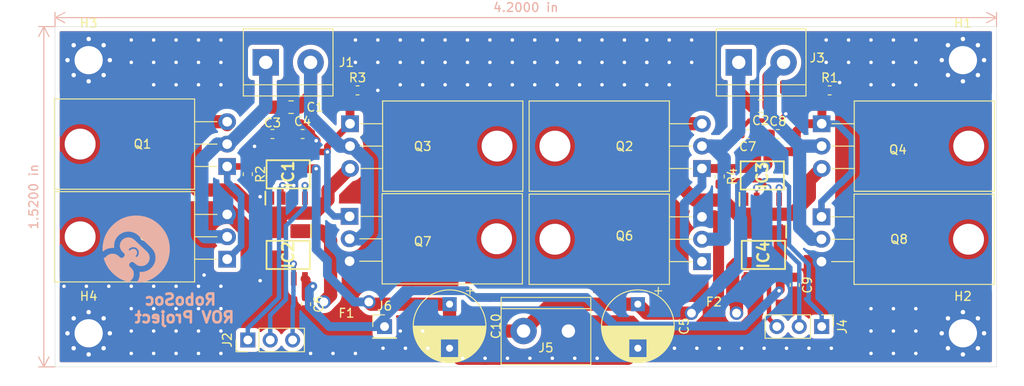
<source format=kicad_pcb>
(kicad_pcb (version 20171130) (host pcbnew 5.1.5+dfsg1-2build2)
  (layers (0 F.Cu signal) (31 B.Cu signal) (34 B.Paste user) (35 F.Paste user) (36 B.SilkS user) (37 F.SilkS user) (38 B.Mask user) (39 F.Mask user) (44 Edge.Cuts user))
  (net 0 "")
  (net 1 GND)
  (net 2 VCC)
  (net 3 "Net-(F1-Pad2)")
  (net 4 "Net-(F2-Pad2)")
  (net 5 "Net-(IC1-Pad8)")
  (net 6 PWM1)
  (net 7 PWM2)
  (net 8 IN2)
  (net 9 IN1)
  (net 10 "Net-(IC1-Pad1)")
  (net 11 +3V3)
  (net 12 I_MES1)
  (net 13 "Net-(IC4-Pad3)")
  (net 14 PWM3)
  (net 15 PWM4)
  (net 16 IN4)
  (net 17 IN3)
  (net 18 I_MES2)
  (net 19 "Net-(C1-Pad2)")
  (net 20 "Net-(C1-Pad1)")
  (net 21 "Net-(C2-Pad2)")
  (net 22 "Net-(C2-Pad1)")
  (net 23 "Net-(IC2-Pad3)")
  (net 24 "Net-(IC3-Pad8)")
  (net 25 "Net-(IC3-Pad1)")
  (net 26 "Net-(H5-Pad1)")
  (net 27 "Net-(H6-Pad1)")
  (net 28 "Net-(H7-Pad1)")
  (net 29 "Net-(H8-Pad1)")
  (net 30 "Net-(H9-Pad1)")
  (net 31 "Net-(H10-Pad1)")
  (net 32 "Net-(H11-Pad1)")
  (net 33 "Net-(H12-Pad1)")
  (module extra_1:robosoc_logo (layer B.Cu) (at 53.9 51.5 180)
    (fp_text reference G*** hide)
    (fp_text value LOGO hide)
  )
  (module extra_1:robosoc_logo (layer F.Cu) (at 56.4 50.7)
    (fp_text reference G*** hide)
    (fp_text value LOGO hide)
  )
  (module Package_TO_SOT_THT:TO-220-3_Horizontal_TabDown (layer F.Cu) (at 64.2112 52.8066 90)
    (fp_text reference Q5 (at 2.6416 -8.9662 180) (layer F.SilkS))
    (fp_text value IRF3205)
    (pad 3 thru_hole oval (at 5.08 0 90) (size 1.905 2) (drill 1.1) (layers *.Cu *.Mask) (net 1 GND))
    (pad 2 thru_hole oval (at 2.54 0 90) (size 1.905 2) (drill 1.1) (layers *.Cu *.Mask) (net 19 "Net-(C1-Pad2)"))
    (pad 1 thru_hole rect (at 0 0 90) (size 1.905 2) (drill 1.1) (layers *.Cu *.Mask) (net 6 PWM1))
    (pad "" thru_hole oval (at 2.54 -16.66 90) (size 3.5 3.5) (drill 3.5) (layers *.Cu *.Mask) (net 27 "Net-(H6-Pad1)"))
  )
  (module Package_TO_SOT_THT:TO-220-3_Horizontal_TabDown (layer F.Cu) (at 131.572 37.4396 270)
    (fp_text reference Q4 (at 2.9464 -8.636 180) (layer F.SilkS))
    (fp_text value IRF4905)
    (pad 3 thru_hole oval (at 5.08 0 270) (size 1.905 2) (drill 1.1) (layers *.Cu *.Mask) (net 13 "Net-(IC4-Pad3)"))
    (pad 2 thru_hole oval (at 2.54 0 270) (size 1.905 2) (drill 1.1) (layers *.Cu *.Mask) (net 22 "Net-(C2-Pad1)"))
    (pad 1 thru_hole rect (at 0 0 270) (size 1.905 2) (drill 1.1) (layers *.Cu *.Mask) (net 15 PWM4))
    (pad "" thru_hole circle (at 2.54 -16.66 270) (size 3.5 3.5) (drill 3.5) (layers *.Cu *.Mask) (net 32 "Net-(H11-Pad1)"))
  )
  (module MountingHole:MountingHole_3.2mm_M3_Pad_Via (layer F.Cu) (at 48.514 61.214)
    (fp_text reference H4 (at 0 -4.2) (layer F.SilkS))
    (fp_text value MountingHole_Pad)
    (pad 1 thru_hole circle (at 1.697056 -1.697056) (size 0.8 0.8) (drill 0.5) (layers *.Cu *.Mask) (net 1 GND))
    (pad 1 thru_hole circle (at 0 -2.4) (size 0.8 0.8) (drill 0.5) (layers *.Cu *.Mask) (net 1 GND))
    (pad 1 thru_hole circle (at -1.697056 -1.697056) (size 0.8 0.8) (drill 0.5) (layers *.Cu *.Mask) (net 1 GND))
    (pad 1 thru_hole circle (at -2.4 0) (size 0.8 0.8) (drill 0.5) (layers *.Cu *.Mask) (net 1 GND))
    (pad 1 thru_hole circle (at -1.697056 1.697056) (size 0.8 0.8) (drill 0.5) (layers *.Cu *.Mask) (net 1 GND))
    (pad 1 thru_hole circle (at 0 2.4) (size 0.8 0.8) (drill 0.5) (layers *.Cu *.Mask) (net 1 GND))
    (pad 1 thru_hole circle (at 1.697056 1.697056) (size 0.8 0.8) (drill 0.5) (layers *.Cu *.Mask) (net 1 GND))
    (pad 1 thru_hole circle (at 2.4 0) (size 0.8 0.8) (drill 0.5) (layers *.Cu *.Mask) (net 1 GND))
    (pad 1 thru_hole circle (at 0 0) (size 6.4 6.4) (drill 3.2) (layers *.Cu *.Mask) (net 1 GND))
  )
  (module MountingHole:MountingHole_3.2mm_M3_Pad_Via (layer F.Cu) (at 48.514 30.226)
    (fp_text reference H3 (at 0 -4.2) (layer F.SilkS))
    (fp_text value MountingHole_Pad)
    (pad 1 thru_hole circle (at 1.697056 -1.697056) (size 0.8 0.8) (drill 0.5) (layers *.Cu *.Mask) (net 1 GND))
    (pad 1 thru_hole circle (at 0 -2.4) (size 0.8 0.8) (drill 0.5) (layers *.Cu *.Mask) (net 1 GND))
    (pad 1 thru_hole circle (at -1.697056 -1.697056) (size 0.8 0.8) (drill 0.5) (layers *.Cu *.Mask) (net 1 GND))
    (pad 1 thru_hole circle (at -2.4 0) (size 0.8 0.8) (drill 0.5) (layers *.Cu *.Mask) (net 1 GND))
    (pad 1 thru_hole circle (at -1.697056 1.697056) (size 0.8 0.8) (drill 0.5) (layers *.Cu *.Mask) (net 1 GND))
    (pad 1 thru_hole circle (at 0 2.4) (size 0.8 0.8) (drill 0.5) (layers *.Cu *.Mask) (net 1 GND))
    (pad 1 thru_hole circle (at 1.697056 1.697056) (size 0.8 0.8) (drill 0.5) (layers *.Cu *.Mask) (net 1 GND))
    (pad 1 thru_hole circle (at 2.4 0) (size 0.8 0.8) (drill 0.5) (layers *.Cu *.Mask) (net 1 GND))
    (pad 1 thru_hole circle (at 0 0) (size 6.4 6.4) (drill 3.2) (layers *.Cu *.Mask) (net 1 GND))
  )
  (module MountingHole:MountingHole_3.2mm_M3_Pad_Via (layer F.Cu) (at 147.574 61.214)
    (fp_text reference H2 (at 0 -4.2) (layer F.SilkS))
    (fp_text value MountingHole_Pad)
    (pad 1 thru_hole circle (at 1.697056 -1.697056) (size 0.8 0.8) (drill 0.5) (layers *.Cu *.Mask) (net 1 GND))
    (pad 1 thru_hole circle (at 0 -2.4) (size 0.8 0.8) (drill 0.5) (layers *.Cu *.Mask) (net 1 GND))
    (pad 1 thru_hole circle (at -1.697056 -1.697056) (size 0.8 0.8) (drill 0.5) (layers *.Cu *.Mask) (net 1 GND))
    (pad 1 thru_hole circle (at -2.4 0) (size 0.8 0.8) (drill 0.5) (layers *.Cu *.Mask) (net 1 GND))
    (pad 1 thru_hole circle (at -1.697056 1.697056) (size 0.8 0.8) (drill 0.5) (layers *.Cu *.Mask) (net 1 GND))
    (pad 1 thru_hole circle (at 0 2.4) (size 0.8 0.8) (drill 0.5) (layers *.Cu *.Mask) (net 1 GND))
    (pad 1 thru_hole circle (at 1.697056 1.697056) (size 0.8 0.8) (drill 0.5) (layers *.Cu *.Mask) (net 1 GND))
    (pad 1 thru_hole circle (at 2.4 0) (size 0.8 0.8) (drill 0.5) (layers *.Cu *.Mask) (net 1 GND))
    (pad 1 thru_hole circle (at 0 0) (size 6.4 6.4) (drill 3.2) (layers *.Cu *.Mask) (net 1 GND))
  )
  (module MountingHole:MountingHole_3.2mm_M3_Pad_Via (layer F.Cu) (at 147.574 30.226)
    (fp_text reference H1 (at 0 -4.2) (layer F.SilkS))
    (fp_text value MountingHole_Pad)
    (pad 1 thru_hole circle (at 1.697056 -1.697056) (size 0.8 0.8) (drill 0.5) (layers *.Cu *.Mask) (net 1 GND))
    (pad 1 thru_hole circle (at 0 -2.4) (size 0.8 0.8) (drill 0.5) (layers *.Cu *.Mask) (net 1 GND))
    (pad 1 thru_hole circle (at -1.697056 -1.697056) (size 0.8 0.8) (drill 0.5) (layers *.Cu *.Mask) (net 1 GND))
    (pad 1 thru_hole circle (at -2.4 0) (size 0.8 0.8) (drill 0.5) (layers *.Cu *.Mask) (net 1 GND))
    (pad 1 thru_hole circle (at -1.697056 1.697056) (size 0.8 0.8) (drill 0.5) (layers *.Cu *.Mask) (net 1 GND))
    (pad 1 thru_hole circle (at 0 2.4) (size 0.8 0.8) (drill 0.5) (layers *.Cu *.Mask) (net 1 GND))
    (pad 1 thru_hole circle (at 1.697056 1.697056) (size 0.8 0.8) (drill 0.5) (layers *.Cu *.Mask) (net 1 GND))
    (pad 1 thru_hole circle (at 2.4 0) (size 0.8 0.8) (drill 0.5) (layers *.Cu *.Mask) (net 1 GND))
    (pad 1 thru_hole circle (at 0 0) (size 6.4 6.4) (drill 3.2) (layers *.Cu *.Mask) (net 1 GND))
  )
  (module TMCS1100A2QDR:SOIC127P600X175-8N (layer F.Cu) (at 124.968 52.324 270)
    (fp_text reference IC4 (at 0 0 90) (layer F.SilkS) (effects (font (size 1.27 1.27) (thickness 0.254))))
    (fp_text value TMCS1100A2QDR hide)
    (pad 8 smd rect (at 2.711 -1.905) (size 0.65 1.528) (layers F.Cu F.Paste F.Mask) (net 11 +3V3))
    (pad 7 smd rect (at 2.711 -0.635) (size 0.65 1.528) (layers F.Cu F.Paste F.Mask) (net 18 I_MES2))
    (pad 6 smd rect (at 2.711 0.635) (size 0.65 1.528) (layers F.Cu F.Paste F.Mask) (net 1 GND))
    (pad 5 smd rect (at 2.711 1.905) (size 0.65 1.528) (layers F.Cu F.Paste F.Mask) (net 1 GND))
    (pad 4 smd rect (at -2.711 1.905) (size 0.65 1.528) (layers F.Cu F.Paste F.Mask) (net 13 "Net-(IC4-Pad3)"))
    (pad 3 smd rect (at -2.711 0.635) (size 0.65 1.528) (layers F.Cu F.Paste F.Mask) (net 13 "Net-(IC4-Pad3)"))
    (pad 2 smd rect (at -2.711 -0.635) (size 0.65 1.528) (layers F.Cu F.Paste F.Mask) (net 4 "Net-(F2-Pad2)"))
    (pad 1 smd rect (at -2.711 -1.905) (size 0.65 1.528) (layers F.Cu F.Paste F.Mask) (net 4 "Net-(F2-Pad2)"))
  )
  (module Connector_PinHeader_2.54mm:PinHeader_1x01_P2.54mm_Vertical (layer F.Cu) (at 82.042 60.452)
    (fp_text reference J6 (at 0 -2.33) (layer F.SilkS))
    (fp_text value Conn_01x01_Male)
    (pad 1 thru_hole rect (at 0 0) (size 1.7 1.7) (drill 1) (layers *.Cu *.Mask) (net 11 +3V3))
  )
  (module Resistor_SMD:R_0603_1608Metric_Pad1.05x0.95mm_HandSolder (layer F.Cu) (at 120.015 43.42 270)
    (fp_text reference R4 (at 0 -1.43 90) (layer F.SilkS))
    (fp_text value 4.7k)
    (pad 2 smd roundrect (at 0.875 0 270) (size 1.05 0.95) (layers F.Cu F.Paste F.Mask) (net 1 GND))
    (pad 1 smd roundrect (at -0.875 0 270) (size 1.05 0.95) (layers F.Cu F.Paste F.Mask) (net 14 PWM3))
  )
  (module Resistor_SMD:R_0603_1608Metric_Pad1.05x0.95mm_HandSolder (layer F.Cu) (at 78.98 33.655)
    (fp_text reference R3 (at 0 -1.43) (layer F.SilkS))
    (fp_text value 4.7k)
    (pad 2 smd roundrect (at 0.875 0) (size 1.05 0.95) (layers F.Cu F.Paste F.Mask) (net 1 GND))
    (pad 1 smd roundrect (at -0.875 0) (size 1.05 0.95) (layers F.Cu F.Paste F.Mask) (net 7 PWM2))
  )
  (module Resistor_SMD:R_0603_1608Metric_Pad1.05x0.95mm_HandSolder (layer F.Cu) (at 66.548 43.166 270)
    (fp_text reference R2 (at 0 -1.43 90) (layer F.SilkS))
    (fp_text value 4.7k)
    (pad 2 smd roundrect (at 0.875 0 270) (size 1.05 0.95) (layers F.Cu F.Paste F.Mask) (net 1 GND))
    (pad 1 smd roundrect (at -0.875 0 270) (size 1.05 0.95) (layers F.Cu F.Paste F.Mask) (net 6 PWM1))
  )
  (module Resistor_SMD:R_0603_1608Metric_Pad1.05x0.95mm_HandSolder (layer F.Cu) (at 132.475 33.655)
    (fp_text reference R1 (at 0 -1.43) (layer F.SilkS))
    (fp_text value 4.7k)
    (pad 2 smd roundrect (at 0.875 0) (size 1.05 0.95) (layers F.Cu F.Paste F.Mask) (net 1 GND))
    (pad 1 smd roundrect (at -0.875 0) (size 1.05 0.95) (layers F.Cu F.Paste F.Mask) (net 15 PWM4))
  )
  (module Capacitor_THT:CP_Radial_D8.0mm_P5.00mm (layer F.Cu) (at 110.744 57.912 270)
    (fp_text reference C5 (at 2.5 -5.25 90) (layer F.SilkS))
    (fp_text value 470uF)
    (pad 2 thru_hole circle (at 5 0 270) (size 1.6 1.6) (drill 0.8) (layers *.Cu *.Mask) (net 1 GND))
    (pad 1 thru_hole rect (at 0 0 270) (size 1.6 1.6) (drill 0.8) (layers *.Cu *.Mask) (net 2 VCC))
  )
  (module Capacitor_THT:CP_Radial_D8.0mm_P5.00mm (layer F.Cu) (at 89.408 57.912 270)
    (fp_text reference C10 (at 2.5 -5.25 90) (layer F.SilkS))
    (fp_text value 470uF)
    (pad 2 thru_hole circle (at 5 0 270) (size 1.6 1.6) (drill 0.8) (layers *.Cu *.Mask) (net 1 GND))
    (pad 1 thru_hole rect (at 0 0 270) (size 1.6 1.6) (drill 0.8) (layers *.Cu *.Mask) (net 2 VCC))
  )
  (module Package_TO_SOT_THT:TO-220-3_Horizontal_TabDown (layer F.Cu) (at 131.549 48.006 270)
    (fp_text reference Q8 (at 2.54 -8.786 180) (layer F.SilkS))
    (fp_text value IRF3205)
    (pad 3 thru_hole oval (at 5.08 0 270) (size 1.905 2) (drill 1.1) (layers *.Cu *.Mask) (net 1 GND))
    (pad 2 thru_hole oval (at 2.54 0 270) (size 1.905 2) (drill 1.1) (layers *.Cu *.Mask) (net 22 "Net-(C2-Pad1)"))
    (pad 1 thru_hole rect (at 0 0 270) (size 1.905 2) (drill 1.1) (layers *.Cu *.Mask) (net 15 PWM4))
    (pad "" thru_hole oval (at 2.54 -16.66 270) (size 3.5 3.5) (drill 3.5) (layers *.Cu *.Mask) (net 33 "Net-(H12-Pad1)"))
  )
  (module Package_TO_SOT_THT:TO-220-3_Horizontal_TabDown (layer F.Cu) (at 118.006 53.086 90)
    (fp_text reference Q7 (at 2.286 -31.646 180) (layer F.SilkS))
    (fp_text value IRF3205)
    (pad 3 thru_hole oval (at 5.08 0 90) (size 1.905 2) (drill 1.1) (layers *.Cu *.Mask) (net 1 GND))
    (pad 2 thru_hole oval (at 2.54 0 90) (size 1.905 2) (drill 1.1) (layers *.Cu *.Mask) (net 21 "Net-(C2-Pad2)"))
    (pad 1 thru_hole rect (at 0 0 90) (size 1.905 2) (drill 1.1) (layers *.Cu *.Mask) (net 14 PWM3))
    (pad "" thru_hole oval (at 2.54 -16.66 90) (size 3.5 3.5) (drill 3.5) (layers *.Cu *.Mask) (net 31 "Net-(H10-Pad1)"))
  )
  (module Package_TO_SOT_THT:TO-220-3_Horizontal_TabDown (layer F.Cu) (at 78.0796 47.9552 270)
    (fp_text reference Q6 (at 2.2098 -31.1404 180) (layer F.SilkS))
    (fp_text value IRF3205)
    (pad 3 thru_hole oval (at 5.08 0 270) (size 1.905 2) (drill 1.1) (layers *.Cu *.Mask) (net 1 GND))
    (pad 2 thru_hole oval (at 2.54 0 270) (size 1.905 2) (drill 1.1) (layers *.Cu *.Mask) (net 20 "Net-(C1-Pad1)"))
    (pad 1 thru_hole rect (at 0 0 270) (size 1.905 2) (drill 1.1) (layers *.Cu *.Mask) (net 7 PWM2))
    (pad "" thru_hole oval (at 2.54 -16.66 270) (size 3.5 3.5) (drill 3.5) (layers *.Cu *.Mask) (net 29 "Net-(H8-Pad1)"))
  )
  (module Package_TO_SOT_THT:TO-220-3_Horizontal_TabDown (layer F.Cu) (at 118.006 42.5196 90)
    (fp_text reference Q3 (at 2.5146 -31.646 180) (layer F.SilkS))
    (fp_text value IRF4905)
    (pad 3 thru_hole oval (at 5.08 0 90) (size 1.905 2) (drill 1.1) (layers *.Cu *.Mask) (net 13 "Net-(IC4-Pad3)"))
    (pad 2 thru_hole oval (at 2.54 0 90) (size 1.905 2) (drill 1.1) (layers *.Cu *.Mask) (net 21 "Net-(C2-Pad2)"))
    (pad 1 thru_hole rect (at 0 0 90) (size 1.905 2) (drill 1.1) (layers *.Cu *.Mask) (net 14 PWM3))
    (pad "" thru_hole oval (at 2.54 -16.66 90) (size 3.5 3.5) (drill 3.5) (layers *.Cu *.Mask) (net 30 "Net-(H9-Pad1)"))
  )
  (module Package_TO_SOT_THT:TO-220-3_Horizontal_TabDown (layer F.Cu) (at 78.1304 37.4396 270)
    (fp_text reference Q2 (at 2.5654 -31.0896 180) (layer F.SilkS))
    (fp_text value IRF4905)
    (pad 3 thru_hole oval (at 5.08 0 270) (size 1.905 2) (drill 1.1) (layers *.Cu *.Mask) (net 23 "Net-(IC2-Pad3)"))
    (pad 2 thru_hole oval (at 2.54 0 270) (size 1.905 2) (drill 1.1) (layers *.Cu *.Mask) (net 20 "Net-(C1-Pad1)"))
    (pad 1 thru_hole rect (at 0 0 270) (size 1.905 2) (drill 1.1) (layers *.Cu *.Mask) (net 7 PWM2))
    (pad "" thru_hole oval (at 2.54 -16.66 270) (size 3.5 3.5) (drill 3.5) (layers *.Cu *.Mask) (net 28 "Net-(H7-Pad1)"))
  )
  (module Package_TO_SOT_THT:TO-220-3_Horizontal_TabDown (layer F.Cu) (at 64.2088 42.291 90)
    (fp_text reference Q1 (at 2.54 -9.5988 180) (layer F.SilkS))
    (fp_text value IRF4905)
    (pad 3 thru_hole oval (at 5.08 0 90) (size 1.905 2) (drill 1.1) (layers *.Cu *.Mask) (net 23 "Net-(IC2-Pad3)"))
    (pad 2 thru_hole oval (at 2.54 0 90) (size 1.905 2) (drill 1.1) (layers *.Cu *.Mask) (net 19 "Net-(C1-Pad2)"))
    (pad 1 thru_hole rect (at 0 0 90) (size 1.905 2) (drill 1.1) (layers *.Cu *.Mask) (net 6 PWM1))
    (pad "" thru_hole oval (at 2.54 -16.66 90) (size 3.5 3.5) (drill 3.5) (layers *.Cu *.Mask) (net 26 "Net-(H5-Pad1)"))
  )
  (module TerminalBlock:TerminalBlock_bornier-2_P5.08mm (layer F.Cu) (at 102.87 60.96 180)
    (fp_text reference J5 (at 2.54 -1.905) (layer F.SilkS))
    (fp_text value Screw_Terminal_01x02)
    (pad 2 thru_hole circle (at 5.08 0 180) (size 3 3) (drill 1.52) (layers *.Cu *.Mask) (net 2 VCC))
    (pad 1 thru_hole rect (at 0 0 180) (size 3 3) (drill 1.52) (layers *.Cu *.Mask) (net 1 GND))
  )
  (module Connector_PinHeader_2.54mm:PinHeader_1x03_P2.54mm_Vertical (layer F.Cu) (at 131.572 60.452 270)
    (fp_text reference J4 (at 0 -2.33 90) (layer F.SilkS))
    (fp_text value Conn_01x03_Male)
    (pad 3 thru_hole oval (at 0 5.08 270) (size 1.7 1.7) (drill 1) (layers *.Cu *.Mask) (net 18 I_MES2))
    (pad 2 thru_hole oval (at 0 2.54 270) (size 1.7 1.7) (drill 1) (layers *.Cu *.Mask) (net 16 IN4))
    (pad 1 thru_hole rect (at 0 0 270) (size 1.7 1.7) (drill 1) (layers *.Cu *.Mask) (net 17 IN3))
  )
  (module TerminalBlock:TerminalBlock_bornier-2_P5.08mm (layer F.Cu) (at 122.174 30.48)
    (fp_text reference J3 (at 8.89 -0.508) (layer F.SilkS))
    (fp_text value Screw_Terminal_01x02)
    (pad 2 thru_hole circle (at 5.08 0) (size 3 3) (drill 1.52) (layers *.Cu *.Mask) (net 22 "Net-(C2-Pad1)"))
    (pad 1 thru_hole rect (at 0 0) (size 3 3) (drill 1.52) (layers *.Cu *.Mask) (net 21 "Net-(C2-Pad2)"))
  )
  (module Connector_PinHeader_2.54mm:PinHeader_1x03_P2.54mm_Vertical (layer F.Cu) (at 66.548 61.976 90)
    (fp_text reference J2 (at 0 -2.33 90) (layer F.SilkS))
    (fp_text value Conn_01x03_Male)
    (pad 3 thru_hole oval (at 0 5.08 90) (size 1.7 1.7) (drill 1) (layers *.Cu *.Mask) (net 12 I_MES1))
    (pad 2 thru_hole oval (at 0 2.54 90) (size 1.7 1.7) (drill 1) (layers *.Cu *.Mask) (net 8 IN2))
    (pad 1 thru_hole rect (at 0 0 90) (size 1.7 1.7) (drill 1) (layers *.Cu *.Mask) (net 9 IN1))
  )
  (module TerminalBlock:TerminalBlock_bornier-2_P5.08mm (layer F.Cu) (at 68.58 30.48)
    (fp_text reference J1 (at 9.144 0) (layer F.SilkS))
    (fp_text value Screw_Terminal_01x02)
    (pad 2 thru_hole circle (at 5.08 0) (size 3 3) (drill 1.52) (layers *.Cu *.Mask) (net 20 "Net-(C1-Pad1)"))
    (pad 1 thru_hole rect (at 0 0) (size 3 3) (drill 1.52) (layers *.Cu *.Mask) (net 19 "Net-(C1-Pad2)"))
  )
  (module TC4424AVOA:SOIC127P600X175-8N (layer F.Cu) (at 124.841 43.307 90)
    (fp_text reference IC3 (at 0 0 90) (layer F.SilkS) (effects (font (size 1.27 1.27) (thickness 0.254))))
    (fp_text value TC4424AVOA hide)
    (pad 8 smd rect (at 2.7 -1.905 180) (size 0.65 1.5) (layers F.Cu F.Paste F.Mask) (net 24 "Net-(IC3-Pad8)"))
    (pad 7 smd rect (at 2.7 -0.635 180) (size 0.65 1.5) (layers F.Cu F.Paste F.Mask) (net 14 PWM3))
    (pad 6 smd rect (at 2.7 0.635 180) (size 0.65 1.5) (layers F.Cu F.Paste F.Mask) (net 2 VCC))
    (pad 5 smd rect (at 2.7 1.905 180) (size 0.65 1.5) (layers F.Cu F.Paste F.Mask) (net 15 PWM4))
    (pad 4 smd rect (at -2.7 1.905 180) (size 0.65 1.5) (layers F.Cu F.Paste F.Mask) (net 16 IN4))
    (pad 3 smd rect (at -2.7 0.635 180) (size 0.65 1.5) (layers F.Cu F.Paste F.Mask) (net 1 GND))
    (pad 2 smd rect (at -2.7 -0.635 180) (size 0.65 1.5) (layers F.Cu F.Paste F.Mask) (net 17 IN3))
    (pad 1 smd rect (at -2.7 -1.905 180) (size 0.65 1.5) (layers F.Cu F.Paste F.Mask) (net 25 "Net-(IC3-Pad1)"))
  )
  (module TMCS1100A2QDR:SOIC127P600X175-8N (layer F.Cu) (at 71.12 52.324 270)
    (fp_text reference IC2 (at 0 0 90) (layer F.SilkS) (effects (font (size 1.27 1.27) (thickness 0.254))))
    (fp_text value TMCS1100A2QDR hide)
    (pad 8 smd rect (at 2.711 -1.905) (size 0.65 1.528) (layers F.Cu F.Paste F.Mask) (net 11 +3V3))
    (pad 7 smd rect (at 2.711 -0.635) (size 0.65 1.528) (layers F.Cu F.Paste F.Mask) (net 12 I_MES1))
    (pad 6 smd rect (at 2.711 0.635) (size 0.65 1.528) (layers F.Cu F.Paste F.Mask) (net 1 GND))
    (pad 5 smd rect (at 2.711 1.905) (size 0.65 1.528) (layers F.Cu F.Paste F.Mask) (net 1 GND))
    (pad 4 smd rect (at -2.711 1.905) (size 0.65 1.528) (layers F.Cu F.Paste F.Mask) (net 23 "Net-(IC2-Pad3)"))
    (pad 3 smd rect (at -2.711 0.635) (size 0.65 1.528) (layers F.Cu F.Paste F.Mask) (net 23 "Net-(IC2-Pad3)"))
    (pad 2 smd rect (at -2.711 -0.635) (size 0.65 1.528) (layers F.Cu F.Paste F.Mask) (net 3 "Net-(F1-Pad2)"))
    (pad 1 smd rect (at -2.711 -1.905) (size 0.65 1.528) (layers F.Cu F.Paste F.Mask) (net 3 "Net-(F1-Pad2)"))
  )
  (module TC4424AVOA:SOIC127P600X175-8N (layer F.Cu) (at 71.12 43.18 90)
    (fp_text reference IC1 (at 0 0 90) (layer F.SilkS) (effects (font (size 1.27 1.27) (thickness 0.254))))
    (fp_text value TC4424AVOA hide)
    (pad 8 smd rect (at 2.7 -1.905 180) (size 0.65 1.5) (layers F.Cu F.Paste F.Mask) (net 5 "Net-(IC1-Pad8)"))
    (pad 7 smd rect (at 2.7 -0.635 180) (size 0.65 1.5) (layers F.Cu F.Paste F.Mask) (net 6 PWM1))
    (pad 6 smd rect (at 2.7 0.635 180) (size 0.65 1.5) (layers F.Cu F.Paste F.Mask) (net 2 VCC))
    (pad 5 smd rect (at 2.7 1.905 180) (size 0.65 1.5) (layers F.Cu F.Paste F.Mask) (net 7 PWM2))
    (pad 4 smd rect (at -2.7 1.905 180) (size 0.65 1.5) (layers F.Cu F.Paste F.Mask) (net 8 IN2))
    (pad 3 smd rect (at -2.7 0.635 180) (size 0.65 1.5) (layers F.Cu F.Paste F.Mask) (net 1 GND))
    (pad 2 smd rect (at -2.7 -0.635 180) (size 0.65 1.5) (layers F.Cu F.Paste F.Mask) (net 9 IN1))
    (pad 1 smd rect (at -2.7 -1.905 180) (size 0.65 1.5) (layers F.Cu F.Paste F.Mask) (net 10 "Net-(IC1-Pad1)"))
  )
  (module extra:polyfuse (layer F.Cu) (at 116.82 58.928)
    (fp_text reference F2 (at 2.54 -1.27) (layer F.SilkS))
    (fp_text value Polyfuse)
    (pad 2 thru_hole circle (at 5.1 0) (size 1.524 1.524) (drill 1) (layers *.Cu *.Mask) (net 4 "Net-(F2-Pad2)"))
    (pad 1 thru_hole circle (at 0 0) (size 1.524 1.524) (drill 1) (layers *.Cu *.Mask) (net 2 VCC))
  )
  (module extra:polyfuse (layer F.Cu) (at 80.264 57.658 180)
    (fp_text reference F1 (at 2.54 -1.27) (layer F.SilkS))
    (fp_text value Polyfuse)
    (pad 2 thru_hole circle (at 5.1 0 180) (size 1.524 1.524) (drill 1) (layers *.Cu *.Mask) (net 3 "Net-(F1-Pad2)"))
    (pad 1 thru_hole circle (at 0 0 180) (size 1.524 1.524) (drill 1) (layers *.Cu *.Mask) (net 2 VCC))
  )
  (module Capacitor_SMD:C_0603_1608Metric_Pad1.05x0.95mm_HandSolder (layer F.Cu) (at 128.524 55.739 270)
    (fp_text reference C9 (at 0 -1.43 90) (layer F.SilkS))
    (fp_text value 0.1uF)
    (pad 2 smd roundrect (at 0.875 0 270) (size 1.05 0.95) (layers F.Cu F.Paste F.Mask) (net 1 GND))
    (pad 1 smd roundrect (at -0.875 0 270) (size 1.05 0.95) (layers F.Cu F.Paste F.Mask) (net 11 +3V3))
  )
  (module Capacitor_SMD:C_0603_1608Metric_Pad1.05x0.95mm_HandSolder (layer F.Cu) (at 126.605 38.608)
    (fp_text reference C8 (at 0 -1.43) (layer F.SilkS))
    (fp_text value 0.1uF)
    (pad 2 smd roundrect (at 0.875 0) (size 1.05 0.95) (layers F.Cu F.Paste F.Mask) (net 1 GND))
    (pad 1 smd roundrect (at -0.875 0) (size 1.05 0.95) (layers F.Cu F.Paste F.Mask) (net 2 VCC))
  )
  (module Capacitor_SMD:C_0603_1608Metric_Pad1.05x0.95mm_HandSolder (layer F.Cu) (at 123.19 38.608 180)
    (fp_text reference C7 (at 0 -1.43) (layer F.SilkS))
    (fp_text value 1uF)
    (pad 2 smd roundrect (at 0.875 0 180) (size 1.05 0.95) (layers F.Cu F.Paste F.Mask) (net 1 GND))
    (pad 1 smd roundrect (at -0.875 0 180) (size 1.05 0.95) (layers F.Cu F.Paste F.Mask) (net 2 VCC))
  )
  (module Capacitor_SMD:C_0603_1608Metric_Pad1.05x0.95mm_HandSolder (layer F.Cu) (at 73.152 57.912 270)
    (fp_text reference C6 (at 0 -1.43 90) (layer F.SilkS))
    (fp_text value 0.1uF)
    (pad 2 smd roundrect (at 0.875 0 270) (size 1.05 0.95) (layers F.Cu F.Paste F.Mask) (net 1 GND))
    (pad 1 smd roundrect (at -0.875 0 270) (size 1.05 0.95) (layers F.Cu F.Paste F.Mask) (net 11 +3V3))
  )
  (module Capacitor_SMD:C_0603_1608Metric_Pad1.05x0.95mm_HandSolder (layer F.Cu) (at 72.757 38.608)
    (fp_text reference C4 (at 0 -1.43) (layer F.SilkS))
    (fp_text value 0.1uF)
    (pad 2 smd roundrect (at 0.875 0) (size 1.05 0.95) (layers F.Cu F.Paste F.Mask) (net 1 GND))
    (pad 1 smd roundrect (at -0.875 0) (size 1.05 0.95) (layers F.Cu F.Paste F.Mask) (net 2 VCC))
  )
  (module Capacitor_SMD:C_0603_1608Metric_Pad1.05x0.95mm_HandSolder (layer F.Cu) (at 69.342 38.608 180)
    (fp_text reference C3 (at 0 1.27) (layer F.SilkS))
    (fp_text value 1uF)
    (pad 2 smd roundrect (at 0.875 0 180) (size 1.05 0.95) (layers F.Cu F.Paste F.Mask) (net 1 GND))
    (pad 1 smd roundrect (at -0.875 0 180) (size 1.05 0.95) (layers F.Cu F.Paste F.Mask) (net 2 VCC))
  )
  (module Capacitor_SMD:C_0805_2012Metric (layer F.Cu) (at 124.6655 35.433 180)
    (fp_text reference C2 (at 0 -1.65) (layer F.SilkS))
    (fp_text value 10uf)
    (pad 2 smd roundrect (at 0.9375 0 180) (size 0.975 1.4) (layers F.Cu F.Paste F.Mask) (net 21 "Net-(C2-Pad2)"))
    (pad 1 smd roundrect (at -0.9375 0 180) (size 0.975 1.4) (layers F.Cu F.Paste F.Mask) (net 22 "Net-(C2-Pad1)"))
  )
  (module Capacitor_SMD:C_0805_2012Metric (layer F.Cu) (at 71.4525 35.56 180)
    (fp_text reference C1 (at -2.7155 0) (layer F.SilkS))
    (fp_text value 10uf)
    (pad 2 smd roundrect (at 0.9375 0 180) (size 0.975 1.4) (layers F.Cu F.Paste F.Mask) (net 19 "Net-(C1-Pad2)"))
    (pad 1 smd roundrect (at -0.9375 0 180) (size 0.975 1.4) (layers F.Cu F.Paste F.Mask) (net 20 "Net-(C1-Pad1)"))
  )
  (gr_text "RoboSoc\nROV Project \n" (at 58.9 58.4) (layer B.SilkS) (effects (font (size 1.25 1.25) (thickness 0.3)) (justify mirror)))
  (dimension 38.608 (width 0.12) (layer B.SilkS) (gr_text "38,608 mm" (at 42.164 45.72 270) (layer B.SilkS) (effects (font (size 1 1) (thickness 0.15)))) (feature1 (pts (xy 44.704 65.024) (xy 42.847579 65.024))) (feature2 (pts (xy 44.704 26.416) (xy 42.847579 26.416))) (crossbar (pts (xy 43.434 26.416) (xy 43.434 65.024))) (arrow1a (pts (xy 43.434 65.024) (xy 42.847579 63.897496))) (arrow1b (pts (xy 43.434 65.024) (xy 44.020421 63.897496))) (arrow2a (pts (xy 43.434 26.416) (xy 42.847579 27.542504))) (arrow2b (pts (xy 43.434 26.416) (xy 44.020421 27.542504))))
  (dimension 106.68 (width 0.12) (layer B.SilkS) (gr_text "106,680 mm" (at 98.044 24.130001) (layer B.SilkS) (effects (font (size 1 1) (thickness 0.15)))) (feature1 (pts (xy 44.704 26.416) (xy 44.704 24.81358))) (feature2 (pts (xy 151.384 26.416) (xy 151.384 24.81358))) (crossbar (pts (xy 151.384 25.400001) (xy 44.704 25.400001))) (arrow1a (pts (xy 44.704 25.400001) (xy 45.830504 24.81358))) (arrow1b (pts (xy 44.704 25.400001) (xy 45.830504 25.986422))) (arrow2a (pts (xy 151.384 25.400001) (xy 150.257496 24.81358))) (arrow2b (pts (xy 151.384 25.400001) (xy 150.257496 25.986422))))
  (gr_line (start 44.704 65.024) (end 44.704 55.372) (layer Edge.Cuts) (width 0.05))
  (gr_line (start 151.384 65.024) (end 44.704 65.024) (layer Edge.Cuts) (width 0.05))
  (gr_line (start 151.384 64.008) (end 151.384 65.024) (layer Edge.Cuts) (width 0.05))
  (gr_line (start 151.384 26.416) (end 151.384 64.008) (layer Edge.Cuts) (width 0.05))
  (gr_line (start 44.704 26.416) (end 151.384 26.416) (layer Edge.Cuts) (width 0.05))
  (gr_line (start 44.704 55.372) (end 44.704 26.416) (layer Edge.Cuts) (width 0.05))
  (segment (start 73.152 58.787) (end 72.677 58.787) (width 1) (layer F.Cu) (net 1))
  (segment (start 68.467 38.133) (end 68.467 38.608) (width 1) (layer F.Cu) (net 1))
  (segment (start 69.16701 37.43299) (end 68.467 38.133) (width 1) (layer F.Cu) (net 1))
  (segment (start 72.55783 37.43299) (end 69.16701 37.43299) (width 1) (layer F.Cu) (net 1))
  (segment (start 73.632 38.50716) (end 72.55783 37.43299) (width 1) (layer F.Cu) (net 1))
  (segment (start 73.632 38.608) (end 73.632 38.50716) (width 1) (layer F.Cu) (net 1))
  (via (at 67.31 40.005) (size 0.8) (drill 0.4) (layers F.Cu B.Cu) (net 1))
  (segment (start 68.467 38.848) (end 67.31 40.005) (width 1) (layer F.Cu) (net 1))
  (segment (start 68.467 38.608) (end 68.467 38.848) (width 1) (layer F.Cu) (net 1))
  (via (at 67.945 45.72) (size 0.8) (drill 0.4) (layers F.Cu B.Cu) (net 1))
  (segment (start 67.31 45.085) (end 67.945 45.72) (width 1) (layer B.Cu) (net 1))
  (via (at 71.755 44.45) (size 0.8) (drill 0.4) (layers F.Cu B.Cu) (net 1))
  (segment (start 71.755 45.88) (end 71.755 44.45) (width 1) (layer F.Cu) (net 1))
  (segment (start 67.775001 43.349999) (end 67.31 43.815) (width 1) (layer B.Cu) (net 1))
  (segment (start 71.755 44.091998) (end 71.013001 43.349999) (width 1) (layer B.Cu) (net 1))
  (segment (start 71.013001 43.349999) (end 67.775001 43.349999) (width 1) (layer B.Cu) (net 1))
  (segment (start 71.755 44.45) (end 71.755 44.091998) (width 1) (layer B.Cu) (net 1))
  (segment (start 67.31 43.815) (end 67.31 45.085) (width 1) (layer B.Cu) (net 1))
  (segment (start 67.31 40.005) (end 67.31 43.815) (width 1) (layer B.Cu) (net 1))
  (segment (start 73.632 38.707) (end 74.295 39.37) (width 1) (layer F.Cu) (net 1))
  (via (at 74.295 39.37) (size 0.8) (drill 0.4) (layers F.Cu B.Cu) (net 1))
  (segment (start 73.632 38.608) (end 73.632 38.707) (width 1) (layer F.Cu) (net 1))
  (via (at 81.28 33.655) (size 0.8) (drill 0.4) (layers F.Cu B.Cu) (net 1))
  (segment (start 78.702498 33.655) (end 81.28 33.655) (width 1) (layer B.Cu) (net 1))
  (segment (start 81.28 33.655) (end 79.855 33.655) (width 1) (layer F.Cu) (net 1))
  (via (at 61.595 54.61) (size 0.8) (drill 0.4) (layers F.Cu B.Cu) (net 1))
  (via (at 67.945 55.245) (size 0.8) (drill 0.4) (layers F.Cu B.Cu) (net 1))
  (segment (start 67.945 45.72) (end 67.945 55.245) (width 1) (layer B.Cu) (net 1))
  (segment (start 69.005 55.245) (end 69.215 55.035) (width 1) (layer F.Cu) (net 1))
  (segment (start 67.945 55.245) (end 69.005 55.245) (width 1) (layer F.Cu) (net 1))
  (segment (start 78.0796 53.0352) (end 78.0796 56.906162) (width 1) (layer F.Cu) (net 1))
  (segment (start 78.0796 60.9346) (end 78.0796 56.906162) (width 1) (layer F.Cu) (net 1))
  (segment (start 125.476 46.007) (end 125.476 44.757) (width 0.5) (layer F.Cu) (net 1))
  (segment (start 120.49 44.295) (end 120.015 44.295) (width 0.5) (layer F.Cu) (net 1))
  (segment (start 120.931001 43.853999) (end 120.49 44.295) (width 0.5) (layer F.Cu) (net 1))
  (segment (start 125.476 44.757) (end 124.572999 43.853999) (width 0.5) (layer F.Cu) (net 1))
  (segment (start 122.315 38.133) (end 123.364 37.084) (width 0.5) (layer F.Cu) (net 1))
  (segment (start 122.315 38.608) (end 122.315 38.133) (width 0.5) (layer F.Cu) (net 1))
  (segment (start 123.364 37.084) (end 126.492 37.084) (width 0.5) (layer F.Cu) (net 1))
  (segment (start 127.48 38.072) (end 127.48 38.608) (width 0.5) (layer F.Cu) (net 1))
  (segment (start 126.492 37.084) (end 127.48 38.072) (width 0.5) (layer F.Cu) (net 1))
  (via (at 127.508 36.322) (size 0.8) (drill 0.4) (layers F.Cu B.Cu) (net 1))
  (segment (start 126.746 37.084) (end 127.508 36.322) (width 0.5) (layer F.Cu) (net 1))
  (segment (start 126.492 37.084) (end 126.746 37.084) (width 0.5) (layer F.Cu) (net 1))
  (segment (start 127.508 36.322) (end 131.064 32.766) (width 0.5) (layer B.Cu) (net 1))
  (via (at 133.604 32.766) (size 0.8) (drill 0.4) (layers F.Cu B.Cu) (net 1))
  (segment (start 131.064 32.766) (end 133.604 32.766) (width 0.5) (layer B.Cu) (net 1))
  (segment (start 133.604 33.401) (end 133.35 33.655) (width 0.5) (layer F.Cu) (net 1))
  (segment (start 133.604 32.766) (end 133.604 33.401) (width 0.5) (layer F.Cu) (net 1))
  (segment (start 121.188316 43.853999) (end 121.158 43.884315) (width 0.5) (layer F.Cu) (net 1))
  (segment (start 121.246001 43.853999) (end 121.188316 43.853999) (width 0.5) (layer F.Cu) (net 1))
  (segment (start 124.572999 43.853999) (end 121.246001 43.853999) (width 0.5) (layer F.Cu) (net 1))
  (segment (start 121.246001 43.853999) (end 120.931001 43.853999) (width 0.5) (layer F.Cu) (net 1))
  (segment (start 123.063 55.035) (end 124.333 55.035) (width 1.25) (layer F.Cu) (net 1))
  (segment (start 120.284762 62.912) (end 119.968 62.912) (width 1.25) (layer F.Cu) (net 1))
  (segment (start 124.333 58.863762) (end 120.284762 62.912) (width 1.25) (layer F.Cu) (net 1))
  (segment (start 124.333 55.035) (end 124.333 58.863762) (width 1.25) (layer F.Cu) (net 1))
  (segment (start 109.60701 64.04899) (end 106.13101 64.04899) (width 1.5) (layer F.Cu) (net 1))
  (segment (start 102.87 63.96) (end 102.87 60.96) (width 1.5) (layer F.Cu) (net 1))
  (segment (start 102.95899 64.04899) (end 102.87 63.96) (width 1.5) (layer F.Cu) (net 1))
  (segment (start 110.744 62.912) (end 109.60701 64.04899) (width 1.5) (layer F.Cu) (net 1))
  (segment (start 90.54499 64.04899) (end 89.408 62.912) (width 1.5) (layer F.Cu) (net 1))
  (segment (start 102.95899 64.04899) (end 101.05101 64.04899) (width 1.5) (layer F.Cu) (net 1))
  (segment (start 89.408 62.912) (end 86.948 62.912) (width 1.5) (layer F.Cu) (net 1))
  (segment (start 79.93 62.912) (end 77.978 60.96) (width 1.5) (layer F.Cu) (net 1))
  (segment (start 77.978 60.96) (end 78.0796 60.9346) (width 1) (layer F.Cu) (net 1))
  (segment (start 78.0796 60.8584) (end 77.978 60.96) (width 1.5) (layer F.Cu) (net 1))
  (segment (start 78.0796 53.0352) (end 78.0796 60.8584) (width 1.5) (layer F.Cu) (net 1))
  (segment (start 73.152 59.312) (end 73.152 58.787) (width 1.5) (layer F.Cu) (net 1))
  (segment (start 74.6984 60.8584) (end 73.152 59.312) (width 1.5) (layer F.Cu) (net 1))
  (segment (start 78.0796 60.8584) (end 74.6984 60.8584) (width 1.5) (layer F.Cu) (net 1))
  (segment (start 73.152 58.787) (end 70.703 58.787) (width 1.5) (layer F.Cu) (net 1))
  (segment (start 64.409255 47.7266) (end 64.2112 47.7266) (width 1.5) (layer F.Cu) (net 1))
  (segment (start 69.966 55.554) (end 69.85 55.438) (width 1.5) (layer F.Cu) (net 1))
  (segment (start 69.966 58.05) (end 69.966 55.554) (width 1.5) (layer F.Cu) (net 1))
  (segment (start 70.703 58.787) (end 69.966 58.05) (width 1.5) (layer F.Cu) (net 1))
  (segment (start 119.38 48.006) (end 119.888 48.514) (width 1.5) (layer F.Cu) (net 1))
  (segment (start 118.006 48.006) (end 119.38 48.006) (width 1.5) (layer F.Cu) (net 1))
  (segment (start 111.87537 62.912) (end 110.744 62.912) (width 1.25) (layer F.Cu) (net 1))
  (segment (start 119.888 58.208762) (end 115.184762 62.912) (width 1.25) (layer F.Cu) (net 1))
  (segment (start 115.184762 62.912) (end 114.888 62.912) (width 1.25) (layer F.Cu) (net 1))
  (segment (start 119.888 48.514) (end 119.888 58.208762) (width 1.25) (layer F.Cu) (net 1))
  (segment (start 131.549 55.2885) (end 131.549 53.086) (width 1.25) (layer F.Cu) (net 1))
  (segment (start 130.2235 56.614) (end 131.549 55.2885) (width 1.25) (layer F.Cu) (net 1))
  (segment (start 128.524 56.614) (end 130.2235 56.614) (width 1.25) (layer F.Cu) (net 1))
  (segment (start 134.049 53.086) (end 134.366 53.403) (width 1.5) (layer F.Cu) (net 1))
  (segment (start 131.549 53.086) (end 134.049 53.086) (width 1.5) (layer F.Cu) (net 1))
  (segment (start 133.43 62.912) (end 132.668 62.912) (width 1.5) (layer F.Cu) (net 1))
  (segment (start 134.366 61.976) (end 133.43 62.912) (width 1.5) (layer F.Cu) (net 1))
  (segment (start 134.366 53.403) (end 134.366 61.976) (width 1.5) (layer F.Cu) (net 1))
  (via (at 142.24 27.94) (size 0.8) (drill 0.4) (layers F.Cu B.Cu) (net 1))
  (via (at 139.7 27.94) (size 0.8) (drill 0.4) (layers F.Cu B.Cu) (net 1))
  (via (at 137.16 27.94) (size 0.8) (drill 0.4) (layers F.Cu B.Cu) (net 1))
  (via (at 134.62 27.94) (size 0.8) (drill 0.4) (layers F.Cu B.Cu) (net 1))
  (via (at 132.08 27.94) (size 0.8) (drill 0.4) (layers F.Cu B.Cu) (net 1))
  (via (at 132.08 30.48) (size 0.8) (drill 0.4) (layers F.Cu B.Cu) (net 1))
  (via (at 134.62 30.48) (size 0.8) (drill 0.4) (layers F.Cu B.Cu) (net 1))
  (via (at 137.16 33.02) (size 0.8) (drill 0.4) (layers F.Cu B.Cu) (net 1))
  (via (at 137.16 30.48) (size 0.8) (drill 0.4) (layers F.Cu B.Cu) (net 1))
  (via (at 139.7 30.48) (size 0.8) (drill 0.4) (layers F.Cu B.Cu) (net 1))
  (via (at 139.7 33.02) (size 0.8) (drill 0.4) (layers F.Cu B.Cu) (net 1))
  (via (at 142.24 33.02) (size 0.8) (drill 0.4) (layers F.Cu B.Cu) (net 1))
  (via (at 142.24 30.48) (size 0.8) (drill 0.4) (layers F.Cu B.Cu) (net 1))
  (via (at 116.84 27.94) (size 0.8) (drill 0.4) (layers F.Cu B.Cu) (net 1))
  (via (at 116.84 30.48) (size 0.8) (drill 0.4) (layers F.Cu B.Cu) (net 1))
  (via (at 114.3 30.48) (size 0.8) (drill 0.4) (layers F.Cu B.Cu) (net 1))
  (via (at 114.3 33.02) (size 0.8) (drill 0.4) (layers F.Cu B.Cu) (net 1))
  (via (at 111.76 33.02) (size 0.8) (drill 0.4) (layers F.Cu B.Cu) (net 1))
  (via (at 111.76 30.48) (size 0.8) (drill 0.4) (layers F.Cu B.Cu) (net 1))
  (via (at 111.76 30.48) (size 0.8) (drill 0.4) (layers F.Cu B.Cu) (net 1))
  (via (at 114.3 27.94) (size 0.8) (drill 0.4) (layers F.Cu B.Cu) (net 1))
  (via (at 111.76 27.94) (size 0.8) (drill 0.4) (layers F.Cu B.Cu) (net 1))
  (via (at 109.22 27.94) (size 0.8) (drill 0.4) (layers F.Cu B.Cu) (net 1))
  (via (at 109.22 30.48) (size 0.8) (drill 0.4) (layers F.Cu B.Cu) (net 1))
  (via (at 109.22 33.02) (size 0.8) (drill 0.4) (layers F.Cu B.Cu) (net 1))
  (via (at 106.68 33.02) (size 0.8) (drill 0.4) (layers F.Cu B.Cu) (net 1))
  (via (at 106.68 30.48) (size 0.8) (drill 0.4) (layers F.Cu B.Cu) (net 1))
  (via (at 106.68 27.94) (size 0.8) (drill 0.4) (layers F.Cu B.Cu) (net 1))
  (via (at 104.14 27.94) (size 0.8) (drill 0.4) (layers F.Cu B.Cu) (net 1))
  (via (at 104.14 30.48) (size 0.8) (drill 0.4) (layers F.Cu B.Cu) (net 1))
  (via (at 104.14 33.02) (size 0.8) (drill 0.4) (layers F.Cu B.Cu) (net 1))
  (via (at 101.6 33.02) (size 0.8) (drill 0.4) (layers F.Cu B.Cu) (net 1))
  (via (at 104.14 30.48) (size 0.8) (drill 0.4) (layers F.Cu B.Cu) (net 1))
  (via (at 101.6 30.48) (size 0.8) (drill 0.4) (layers F.Cu B.Cu) (net 1))
  (via (at 101.6 27.94) (size 0.8) (drill 0.4) (layers F.Cu B.Cu) (net 1))
  (via (at 99.06 30.48) (size 0.8) (drill 0.4) (layers F.Cu B.Cu) (net 1))
  (via (at 99.06 33.02) (size 0.8) (drill 0.4) (layers F.Cu B.Cu) (net 1))
  (via (at 93.98 33.02) (size 0.8) (drill 0.4) (layers F.Cu B.Cu) (net 1))
  (via (at 96.52 33.02) (size 0.8) (drill 0.4) (layers F.Cu B.Cu) (net 1))
  (via (at 93.98 33.02) (size 0.8) (drill 0.4) (layers F.Cu B.Cu) (net 1))
  (via (at 91.44 33.02) (size 0.8) (drill 0.4) (layers F.Cu B.Cu) (net 1))
  (via (at 86.36 33.02) (size 0.8) (drill 0.4) (layers F.Cu B.Cu) (net 1))
  (via (at 88.9 33.02) (size 0.8) (drill 0.4) (layers F.Cu B.Cu) (net 1))
  (via (at 83.82 33.02) (size 0.8) (drill 0.4) (layers F.Cu B.Cu) (net 1))
  (via (at 83.82 30.48) (size 0.8) (drill 0.4) (layers F.Cu B.Cu) (net 1))
  (via (at 81.28 30.48) (size 0.8) (drill 0.4) (layers F.Cu B.Cu) (net 1))
  (via (at 78.74 30.48) (size 0.8) (drill 0.4) (layers F.Cu B.Cu) (net 1))
  (via (at 78.74 27.94) (size 0.8) (drill 0.4) (layers F.Cu B.Cu) (net 1))
  (via (at 81.28 27.94) (size 0.8) (drill 0.4) (layers F.Cu B.Cu) (net 1))
  (via (at 86.36 27.94) (size 0.8) (drill 0.4) (layers F.Cu B.Cu) (net 1))
  (via (at 86.36 30.48) (size 0.8) (drill 0.4) (layers F.Cu B.Cu) (net 1))
  (via (at 83.82 27.94) (size 0.8) (drill 0.4) (layers F.Cu B.Cu) (net 1))
  (via (at 91.44 27.94) (size 0.8) (drill 0.4) (layers F.Cu B.Cu) (net 1))
  (via (at 88.9 30.48) (size 0.8) (drill 0.4) (layers F.Cu B.Cu) (net 1))
  (via (at 88.9 27.94) (size 0.8) (drill 0.4) (layers F.Cu B.Cu) (net 1))
  (via (at 91.44 30.48) (size 0.8) (drill 0.4) (layers F.Cu B.Cu) (net 1))
  (via (at 93.98 27.94) (size 0.8) (drill 0.4) (layers F.Cu B.Cu) (net 1))
  (via (at 93.98 30.48) (size 0.8) (drill 0.4) (layers F.Cu B.Cu) (net 1))
  (via (at 96.52 30.48) (size 0.8) (drill 0.4) (layers F.Cu B.Cu) (net 1))
  (via (at 96.52 27.94) (size 0.8) (drill 0.4) (layers F.Cu B.Cu) (net 1))
  (via (at 99.06 27.94) (size 0.8) (drill 0.4) (layers F.Cu B.Cu) (net 1))
  (via (at 63.5 27.94) (size 0.8) (drill 0.4) (layers F.Cu B.Cu) (net 1))
  (via (at 63.5 30.48) (size 0.8) (drill 0.4) (layers F.Cu B.Cu) (net 1))
  (via (at 60.96 30.48) (size 0.8) (drill 0.4) (layers F.Cu B.Cu) (net 1))
  (via (at 58.42 33.02) (size 0.8) (drill 0.4) (layers F.Cu B.Cu) (net 1))
  (via (at 58.42 30.48) (size 0.8) (drill 0.4) (layers F.Cu B.Cu) (net 1))
  (via (at 58.42 27.94) (size 0.8) (drill 0.4) (layers F.Cu B.Cu) (net 1))
  (via (at 60.96 27.94) (size 0.8) (drill 0.4) (layers F.Cu B.Cu) (net 1))
  (via (at 53.34 27.94) (size 0.8) (drill 0.4) (layers F.Cu B.Cu) (net 1))
  (via (at 55.88 27.94) (size 0.8) (drill 0.4) (layers F.Cu B.Cu) (net 1))
  (via (at 55.88 30.48) (size 0.8) (drill 0.4) (layers F.Cu B.Cu) (net 1))
  (via (at 53.34 30.48) (size 0.8) (drill 0.4) (layers F.Cu B.Cu) (net 1))
  (via (at 55.88 33.02) (size 0.8) (drill 0.4) (layers F.Cu B.Cu) (net 1))
  (via (at 60.96 33.02) (size 0.8) (drill 0.4) (layers F.Cu B.Cu) (net 1))
  (via (at 63.5 33.02) (size 0.8) (drill 0.4) (layers F.Cu B.Cu) (net 1))
  (via (at 45.72 55.88) (size 0.8) (drill 0.4) (layers F.Cu B.Cu) (net 1))
  (via (at 48.26 55.88) (size 0.8) (drill 0.4) (layers F.Cu B.Cu) (net 1))
  (via (at 50.8 55.88) (size 0.8) (drill 0.4) (layers F.Cu B.Cu) (net 1))
  (via (at 53.34 55.88) (size 0.8) (drill 0.4) (layers F.Cu B.Cu) (net 1))
  (via (at 55.88 55.88) (size 0.8) (drill 0.4) (layers F.Cu B.Cu) (net 1))
  (via (at 58.42 55.88) (size 0.8) (drill 0.4) (layers F.Cu B.Cu) (net 1))
  (via (at 60.96 55.88) (size 0.8) (drill 0.4) (layers F.Cu B.Cu) (net 1))
  (via (at 60.96 58.42) (size 0.8) (drill 0.4) (layers F.Cu B.Cu) (net 1))
  (via (at 58.42 58.42) (size 0.8) (drill 0.4) (layers F.Cu B.Cu) (net 1))
  (via (at 55.88 58.42) (size 0.8) (drill 0.4) (layers F.Cu B.Cu) (net 1))
  (via (at 53.34 58.42) (size 0.8) (drill 0.4) (layers F.Cu B.Cu) (net 1))
  (via (at 53.34 60.96) (size 0.8) (drill 0.4) (layers F.Cu B.Cu) (net 1))
  (via (at 53.34 63.5) (size 0.8) (drill 0.4) (layers F.Cu B.Cu) (net 1))
  (via (at 55.88 63.5) (size 0.8) (drill 0.4) (layers F.Cu B.Cu) (net 1))
  (via (at 55.88 60.96) (size 0.8) (drill 0.4) (layers F.Cu B.Cu) (net 1))
  (via (at 58.42 60.96) (size 0.8) (drill 0.4) (layers F.Cu B.Cu) (net 1))
  (via (at 58.42 63.5) (size 0.8) (drill 0.4) (layers F.Cu B.Cu) (net 1))
  (via (at 63.5 63.5) (size 0.8) (drill 0.4) (layers F.Cu B.Cu) (net 1))
  (via (at 60.96 60.96) (size 0.8) (drill 0.4) (layers F.Cu B.Cu) (net 1))
  (via (at 60.96 63.5) (size 0.8) (drill 0.4) (layers F.Cu B.Cu) (net 1))
  (via (at 63.5 60.96) (size 0.8) (drill 0.4) (layers F.Cu B.Cu) (net 1))
  (via (at 63.5 58.42) (size 0.8) (drill 0.4) (layers F.Cu B.Cu) (net 1))
  (via (at 63.5 55.88) (size 0.8) (drill 0.4) (layers F.Cu B.Cu) (net 1))
  (via (at 73.66 63.5) (size 0.8) (drill 0.4) (layers F.Cu B.Cu) (net 1))
  (via (at 76.2 63.5) (size 0.8) (drill 0.4) (layers F.Cu B.Cu) (net 1))
  (via (at 78.74 63.5) (size 0.8) (drill 0.4) (layers F.Cu B.Cu) (net 1))
  (segment (start 81.868 62.912) (end 79.93 62.912) (width 1.5) (layer F.Cu) (net 1))
  (via (at 81.868 62.912) (size 0.8) (drill 0.4) (layers F.Cu B.Cu) (net 1))
  (segment (start 84.408 62.912) (end 81.868 62.912) (width 1.5) (layer F.Cu) (net 1))
  (via (at 84.408 62.912) (size 0.8) (drill 0.4) (layers F.Cu B.Cu) (net 1))
  (segment (start 86.948 62.912) (end 84.408 62.912) (width 1.5) (layer F.Cu) (net 1))
  (via (at 86.948 62.912) (size 0.8) (drill 0.4) (layers F.Cu B.Cu) (net 1))
  (via (at 86.36 60.96) (size 0.8) (drill 0.4) (layers F.Cu B.Cu) (net 1))
  (via (at 83.82 60.96) (size 0.8) (drill 0.4) (layers F.Cu B.Cu) (net 1))
  (segment (start 90.89101 64.04899) (end 90.54499 64.04899) (width 1.5) (layer F.Cu) (net 1))
  (via (at 90.89101 64.04899) (size 0.8) (drill 0.4) (layers F.Cu B.Cu) (net 1))
  (segment (start 93.43101 64.04899) (end 90.89101 64.04899) (width 1.5) (layer F.Cu) (net 1))
  (via (at 93.43101 64.04899) (size 0.8) (drill 0.4) (layers F.Cu B.Cu) (net 1))
  (segment (start 95.97101 64.04899) (end 93.43101 64.04899) (width 1.5) (layer F.Cu) (net 1))
  (via (at 95.97101 64.04899) (size 0.8) (drill 0.4) (layers F.Cu B.Cu) (net 1))
  (segment (start 98.51101 64.04899) (end 95.97101 64.04899) (width 1.5) (layer F.Cu) (net 1))
  (via (at 98.51101 64.04899) (size 0.8) (drill 0.4) (layers F.Cu B.Cu) (net 1))
  (segment (start 101.05101 64.04899) (end 98.51101 64.04899) (width 1.5) (layer F.Cu) (net 1))
  (via (at 101.05101 64.04899) (size 0.8) (drill 0.4) (layers F.Cu B.Cu) (net 1))
  (segment (start 103.59101 64.04899) (end 102.95899 64.04899) (width 1.5) (layer F.Cu) (net 1))
  (via (at 103.59101 64.04899) (size 0.8) (drill 0.4) (layers F.Cu B.Cu) (net 1))
  (segment (start 106.13101 64.04899) (end 103.59101 64.04899) (width 1.5) (layer F.Cu) (net 1))
  (via (at 106.13101 64.04899) (size 0.8) (drill 0.4) (layers F.Cu B.Cu) (net 1))
  (segment (start 114.888 62.912) (end 111.87537 62.912) (width 1.25) (layer F.Cu) (net 1))
  (via (at 114.888 62.912) (size 0.8) (drill 0.4) (layers F.Cu B.Cu) (net 1))
  (segment (start 117.428 62.912) (end 111.87537 62.912) (width 1.25) (layer F.Cu) (net 1))
  (via (at 117.428 62.912) (size 0.8) (drill 0.4) (layers F.Cu B.Cu) (net 1))
  (segment (start 119.968 62.912) (end 117.428 62.912) (width 1.25) (layer F.Cu) (net 1))
  (via (at 119.968 62.912) (size 0.8) (drill 0.4) (layers F.Cu B.Cu) (net 1))
  (segment (start 122.508 62.912) (end 120.284762 62.912) (width 1.5) (layer F.Cu) (net 1))
  (via (at 122.508 62.912) (size 0.8) (drill 0.4) (layers F.Cu B.Cu) (net 1))
  (segment (start 125.048 62.912) (end 122.508 62.912) (width 1.5) (layer F.Cu) (net 1))
  (via (at 125.048 62.912) (size 0.8) (drill 0.4) (layers F.Cu B.Cu) (net 1))
  (segment (start 127.588 62.912) (end 125.048 62.912) (width 1.5) (layer F.Cu) (net 1))
  (via (at 127.588 62.912) (size 0.8) (drill 0.4) (layers F.Cu B.Cu) (net 1))
  (segment (start 130.128 62.912) (end 127.588 62.912) (width 1.5) (layer F.Cu) (net 1))
  (via (at 130.128 62.912) (size 0.8) (drill 0.4) (layers F.Cu B.Cu) (net 1))
  (segment (start 132.668 62.912) (end 130.128 62.912) (width 1.5) (layer F.Cu) (net 1))
  (via (at 132.668 62.912) (size 0.8) (drill 0.4) (layers F.Cu B.Cu) (net 1))
  (via (at 137.16 60.96) (size 0.8) (drill 0.4) (layers F.Cu B.Cu) (net 1))
  (via (at 137.16 63.5) (size 0.8) (drill 0.4) (layers F.Cu B.Cu) (net 1))
  (via (at 139.7 63.5) (size 0.8) (drill 0.4) (layers F.Cu B.Cu) (net 1))
  (via (at 139.7 60.96) (size 0.8) (drill 0.4) (layers F.Cu B.Cu) (net 1))
  (via (at 142.24 60.96) (size 0.8) (drill 0.4) (layers F.Cu B.Cu) (net 1))
  (via (at 142.24 63.5) (size 0.8) (drill 0.4) (layers F.Cu B.Cu) (net 1))
  (via (at 142.24 58.42) (size 0.8) (drill 0.4) (layers F.Cu B.Cu) (net 1))
  (via (at 139.7 58.42) (size 0.8) (drill 0.4) (layers F.Cu B.Cu) (net 1))
  (via (at 137.16 58.42) (size 0.8) (drill 0.4) (layers F.Cu B.Cu) (net 1))
  (segment (start 67.945 53.604018) (end 66.55049 52.209508) (width 1.5) (layer F.Cu) (net 1))
  (segment (start 67.945 55.245) (end 67.945 53.604018) (width 1.5) (layer F.Cu) (net 1))
  (segment (start 66.55049 49.867835) (end 64.409255 47.7266) (width 1.5) (layer F.Cu) (net 1))
  (segment (start 66.55049 52.209508) (end 66.55049 49.867835) (width 1.5) (layer F.Cu) (net 1))
  (segment (start 67.945 55.245) (end 69.596 55.245) (width 1.5) (layer F.Cu) (net 1))
  (segment (start 67.945 45.438) (end 66.548 44.041) (width 0.75) (layer F.Cu) (net 1))
  (segment (start 67.945 45.72) (end 67.945 45.438) (width 0.75) (layer F.Cu) (net 1))
  (via (at 125.476 44.703999) (size 0.8) (drill 0.4) (layers F.Cu B.Cu) (net 1))
  (segment (start 125.476 46.007) (end 125.476 44.703999) (width 0.75) (layer F.Cu) (net 1))
  (segment (start 71.755 38.735) (end 71.882 38.608) (width 0.75) (layer F.Cu) (net 2))
  (segment (start 71.755 40.64) (end 71.755 38.735) (width 0.75) (layer F.Cu) (net 2))
  (segment (start 70.217 38.608) (end 71.882 38.608) (width 0.75) (layer F.Cu) (net 2))
  (via (at 74.295 42.545) (size 0.8) (drill 0.4) (layers F.Cu B.Cu) (net 2))
  (segment (start 72.07 42.545) (end 74.295 42.545) (width 1) (layer F.Cu) (net 2))
  (segment (start 71.755 42.23) (end 72.07 42.545) (width 1) (layer F.Cu) (net 2))
  (segment (start 71.755 40.48) (end 71.755 42.23) (width 1) (layer F.Cu) (net 2))
  (segment (start 74.295 51.689) (end 75.565 52.959) (width 1) (layer B.Cu) (net 2))
  (segment (start 74.295 42.545) (end 74.295 51.689) (width 1) (layer B.Cu) (net 2))
  (segment (start 75.565 52.959) (end 75.565 54.61) (width 1) (layer B.Cu) (net 2))
  (segment (start 78.613 57.658) (end 80.264 57.658) (width 1) (layer B.Cu) (net 2))
  (segment (start 75.565 54.61) (end 78.613 57.658) (width 1) (layer B.Cu) (net 2))
  (segment (start 125.476 38.862) (end 125.73 38.608) (width 1) (layer F.Cu) (net 2))
  (segment (start 125.476 40.607) (end 125.476 38.862) (width 1) (layer F.Cu) (net 2))
  (segment (start 125.73 38.608) (end 124.065 38.608) (width 1) (layer F.Cu) (net 2))
  (via (at 125.130114 42.268672) (size 0.8) (drill 0.4) (layers F.Cu B.Cu) (net 2))
  (segment (start 125.476 41.922786) (end 125.130114 42.268672) (width 0.5) (layer F.Cu) (net 2))
  (segment (start 125.476 40.607) (end 125.476 41.922786) (width 0.5) (layer F.Cu) (net 2))
  (segment (start 125.476 42.099072) (end 125.218257 42.356815) (width 1) (layer F.Cu) (net 2))
  (segment (start 125.476 40.607) (end 125.476 42.099072) (width 1) (layer F.Cu) (net 2))
  (segment (start 117.581999 58.166001) (end 116.82 58.928) (width 1.25) (layer B.Cu) (net 2))
  (segment (start 122.383001 44.498706) (end 122.383001 48.269997) (width 1.25) (layer B.Cu) (net 2))
  (segment (start 119.83101 55.91699) (end 117.581999 58.166001) (width 1.25) (layer B.Cu) (net 2))
  (segment (start 124.613035 42.268672) (end 122.383001 44.498706) (width 1.25) (layer B.Cu) (net 2))
  (segment (start 125.130114 42.268672) (end 124.613035 42.268672) (width 1.25) (layer B.Cu) (net 2))
  (segment (start 80.518 57.912) (end 80.264 57.658) (width 1.5) (layer F.Cu) (net 2))
  (segment (start 89.408 57.912) (end 80.518 57.912) (width 1.5) (layer F.Cu) (net 2))
  (segment (start 111.76 58.928) (end 110.744 57.912) (width 1.5) (layer F.Cu) (net 2))
  (segment (start 116.82 58.928) (end 111.76 58.928) (width 1.5) (layer F.Cu) (net 2))
  (segment (start 100.838 57.912) (end 97.79 60.96) (width 1.5) (layer F.Cu) (net 2))
  (segment (start 110.744 57.912) (end 100.838 57.912) (width 1.5) (layer F.Cu) (net 2))
  (segment (start 89.408 60.212) (end 89.408 57.912) (width 1.5) (layer F.Cu) (net 2))
  (segment (start 90.156 60.96) (end 89.408 60.212) (width 1.5) (layer F.Cu) (net 2))
  (segment (start 97.79 60.96) (end 90.156 60.96) (width 1.5) (layer F.Cu) (net 2))
  (segment (start 122.383001 53.364999) (end 119.83101 55.91699) (width 1.5) (layer B.Cu) (net 2))
  (segment (start 122.383001 48.269997) (end 122.383001 53.364999) (width 1.5) (layer B.Cu) (net 2))
  (segment (start 75.925999 50.688999) (end 74.85 49.613) (width 1.5) (layer F.Cu) (net 3))
  (segment (start 75.925999 56.896001) (end 75.925999 50.688999) (width 1.5) (layer F.Cu) (net 3))
  (segment (start 74.85 49.613) (end 73.025 49.613) (width 1.5) (layer F.Cu) (net 3))
  (segment (start 75.164 57.658) (end 75.925999 56.896001) (width 1.5) (layer F.Cu) (net 3))
  (segment (start 126.873 52.666998) (end 126.873 50.419) (width 1.5) (layer F.Cu) (net 4))
  (segment (start 126.218999 53.320999) (end 126.873 52.666998) (width 1.5) (layer F.Cu) (net 4))
  (segment (start 121.48799 53.77201) (end 121.92 53.34) (width 1.5) (layer F.Cu) (net 4))
  (segment (start 121.48799 57.41836) (end 121.48799 53.77201) (width 1.5) (layer F.Cu) (net 4))
  (segment (start 121.92 57.85037) (end 121.48799 57.41836) (width 1.5) (layer F.Cu) (net 4))
  (segment (start 121.92 58.928) (end 121.92 57.85037) (width 1.5) (layer F.Cu) (net 4))
  (segment (start 121.977999 53.320999) (end 126.218999 53.320999) (width 1.5) (layer F.Cu) (net 4))
  (segment (start 121.958998 53.34) (end 121.977999 53.320999) (width 1.5) (layer F.Cu) (net 4))
  (segment (start 121.92 53.34) (end 121.958998 53.34) (width 1.5) (layer F.Cu) (net 4))
  (segment (start 70.485 40.64) (end 70.485 41.480002) (width 0.75) (layer F.Cu) (net 6))
  (segment (start 64.2088 43.9935) (end 64.2088 42.291) (width 0.75) (layer B.Cu) (net 6))
  (segment (start 65.78621 51.27909) (end 65.78621 45.57091) (width 0.75) (layer B.Cu) (net 6))
  (segment (start 64.2587 52.8066) (end 65.78621 51.27909) (width 0.75) (layer B.Cu) (net 6))
  (segment (start 65.78621 45.57091) (end 64.2088 43.9935) (width 0.75) (layer B.Cu) (net 6))
  (segment (start 64.2112 52.8066) (end 64.2587 52.8066) (width 0.75) (layer B.Cu) (net 6))
  (segment (start 69.674002 42.291) (end 66.548 42.291) (width 0.75) (layer F.Cu) (net 6))
  (segment (start 70.485 41.480002) (end 69.674002 42.291) (width 0.75) (layer F.Cu) (net 6))
  (segment (start 66.548 42.291) (end 64.2088 42.291) (width 0.75) (layer F.Cu) (net 6))
  (segment (start 78.1304 33.6804) (end 78.105 33.655) (width 1) (layer F.Cu) (net 7))
  (segment (start 78.1304 37.4396) (end 78.1304 33.6804) (width 1) (layer F.Cu) (net 7))
  (via (at 75.565 40.64) (size 0.8) (drill 0.4) (layers F.Cu B.Cu) (net 7))
  (segment (start 73.025 40.64) (end 75.565 40.64) (width 0.75) (layer F.Cu) (net 7))
  (segment (start 76.3296 47.9552) (end 78.0796 47.9552) (width 0.75) (layer B.Cu) (net 7))
  (segment (start 75.565 47.1906) (end 76.3296 47.9552) (width 0.75) (layer B.Cu) (net 7))
  (segment (start 75.565 40.64) (end 75.565 47.1906) (width 0.75) (layer B.Cu) (net 7))
  (segment (start 75.565 40.005) (end 75.565 40.64) (width 0.75) (layer F.Cu) (net 7))
  (segment (start 78.1304 37.4396) (end 75.565 40.005) (width 0.75) (layer F.Cu) (net 7))
  (via (at 73.025 44.45) (size 0.8) (drill 0.4) (layers F.Cu B.Cu) (net 8))
  (segment (start 73.025 45.88) (end 73.025 44.45) (width 0.25) (layer F.Cu) (net 8))
  (segment (start 73.025 46.99) (end 73.025 44.45) (width 0.25) (layer B.Cu) (net 8))
  (segment (start 69.088 61.976) (end 69.088 59.155962) (width 0.5) (layer B.Cu) (net 8))
  (segment (start 69.088 59.155962) (end 70.866 57.377962) (width 0.5) (layer B.Cu) (net 8))
  (segment (start 70.866 57.377962) (end 70.866 49.022) (width 0.5) (layer B.Cu) (net 8))
  (segment (start 73.025 46.863) (end 73.025 44.45) (width 0.5) (layer B.Cu) (net 8))
  (segment (start 70.866 49.022) (end 73.025 46.863) (width 0.5) (layer B.Cu) (net 8))
  (via (at 70.485 44.45) (size 0.8) (drill 0.4) (layers F.Cu B.Cu) (net 9))
  (segment (start 70.485 45.88) (end 70.485 44.45) (width 0.25) (layer F.Cu) (net 9))
  (segment (start 66.548 61.976) (end 66.548 60.626) (width 0.5) (layer B.Cu) (net 9))
  (segment (start 70.085001 57.168999) (end 68.834 58.42) (width 0.5) (layer B.Cu) (net 9))
  (segment (start 70.485 44.45) (end 70.085001 44.849999) (width 0.5) (layer B.Cu) (net 9))
  (segment (start 70.085001 44.849999) (end 70.085001 57.168999) (width 0.5) (layer B.Cu) (net 9))
  (segment (start 66.548 60.626) (end 68.834 58.42) (width 0.5) (layer B.Cu) (net 9))
  (segment (start 73.152 55.162) (end 73.025 55.035) (width 1) (layer F.Cu) (net 11))
  (segment (start 127.044 54.864) (end 126.873 55.035) (width 0.5) (layer F.Cu) (net 11))
  (segment (start 128.524 54.864) (end 127.044 54.864) (width 0.5) (layer F.Cu) (net 11))
  (via (at 126.746 56.388) (size 0.8) (drill 0.4) (layers F.Cu B.Cu) (net 11))
  (segment (start 126.873 56.261) (end 126.746 56.388) (width 1) (layer F.Cu) (net 11))
  (segment (start 126.873 55.035) (end 126.873 56.261) (width 1) (layer F.Cu) (net 11))
  (segment (start 122.743999 60.390001) (end 108.142001 60.390001) (width 1) (layer B.Cu) (net 11))
  (segment (start 126.746 56.388) (end 122.743999 60.390001) (width 1) (layer B.Cu) (net 11))
  (segment (start 104.902 57.15) (end 93.98 57.15) (width 1) (layer B.Cu) (net 11))
  (segment (start 108.142001 60.390001) (end 104.902 57.15) (width 1) (layer B.Cu) (net 11))
  (segment (start 92.13 57.15) (end 91.368 56.388) (width 1) (layer B.Cu) (net 11))
  (segment (start 93.98 57.15) (end 92.13 57.15) (width 1) (layer B.Cu) (net 11))
  (segment (start 91.368 56.388) (end 85.09 56.388) (width 1) (layer B.Cu) (net 11))
  (segment (start 73.152 57.037) (end 73.152 55.162) (width 1) (layer F.Cu) (net 11))
  (via (at 73.914 55.88) (size 0.8) (drill 0.4) (layers F.Cu B.Cu) (net 11))
  (segment (start 73.069 55.035) (end 73.914 55.88) (width 0.5) (layer F.Cu) (net 11))
  (segment (start 73.025 55.035) (end 73.069 55.035) (width 0.5) (layer F.Cu) (net 11))
  (segment (start 73.514001 58.171763) (end 75.794238 60.452) (width 1) (layer B.Cu) (net 11))
  (segment (start 73.514001 56.279999) (end 73.514001 58.171763) (width 1) (layer B.Cu) (net 11))
  (segment (start 73.914 55.88) (end 73.514001 56.279999) (width 1) (layer B.Cu) (net 11))
  (segment (start 81.026 60.452) (end 85.09 56.388) (width 1) (layer B.Cu) (net 11))
  (segment (start 80.264 60.452) (end 82.042 60.452) (width 1) (layer B.Cu) (net 11))
  (segment (start 75.794238 60.452) (end 80.264 60.452) (width 1) (layer B.Cu) (net 11))
  (segment (start 80.264 60.452) (end 81.026 60.452) (width 1) (layer B.Cu) (net 11))
  (segment (start 84.256 56.388) (end 85.09 56.388) (width 1) (layer B.Cu) (net 11))
  (segment (start 82.042 58.602) (end 84.256 56.388) (width 1) (layer B.Cu) (net 11))
  (segment (start 82.042 60.452) (end 82.042 58.602) (width 1) (layer B.Cu) (net 11))
  (segment (start 71.755 56.309364) (end 71.857818 56.412182) (width 0.25) (layer F.Cu) (net 12))
  (segment (start 71.755 55.035) (end 71.755 56.309364) (width 0.25) (layer F.Cu) (net 12))
  (via (at 71.716 53.34) (size 0.8) (drill 0.4) (layers F.Cu B.Cu) (net 12))
  (segment (start 71.755 53.379) (end 71.716 53.34) (width 0.5) (layer F.Cu) (net 12))
  (segment (start 71.755 55.035) (end 71.755 53.379) (width 0.5) (layer F.Cu) (net 12))
  (segment (start 71.716 53.34) (end 71.716 58.078) (width 0.5) (layer B.Cu) (net 12))
  (segment (start 71.628 58.166) (end 71.628 61.976) (width 0.5) (layer B.Cu) (net 12))
  (segment (start 71.716 58.078) (end 71.628 58.166) (width 0.5) (layer B.Cu) (net 12))
  (segment (start 130.175 43.8691) (end 130.175 45.72) (width 1.5) (layer F.Cu) (net 13))
  (segment (start 131.5245 42.5196) (end 130.175 43.8691) (width 1.5) (layer F.Cu) (net 13))
  (segment (start 131.572 42.5196) (end 131.5245 42.5196) (width 1.5) (layer F.Cu) (net 13))
  (segment (start 122.002001 47.707001) (end 120.65 46.355) (width 1.5) (layer F.Cu) (net 13))
  (segment (start 130.175 45.72) (end 128.187999 47.707001) (width 1.5) (layer F.Cu) (net 13))
  (segment (start 120.65 46.355) (end 120.11749 46.22849) (width 1.25) (layer F.Cu) (net 13))
  (segment (start 118.006 37.4396) (end 117.807945 37.4396) (width 1.5) (layer F.Cu) (net 13))
  (segment (start 123.589501 47.707001) (end 123.589501 49.257499) (width 0.25) (layer F.Cu) (net 13))
  (segment (start 128.187999 47.707001) (end 123.589501 47.707001) (width 1.5) (layer F.Cu) (net 13))
  (segment (start 123.589501 47.707001) (end 122.002001 47.707001) (width 1.5) (layer F.Cu) (net 13))
  (segment (start 114.681 38.2646) (end 115.506 37.4396) (width 1.5) (layer F.Cu) (net 13))
  (segment (start 115.506 37.4396) (end 118.006 37.4396) (width 1.5) (layer F.Cu) (net 13))
  (segment (start 114.681 43.561) (end 114.681 38.2646) (width 1.5) (layer F.Cu) (net 13))
  (segment (start 117.22349 46.10349) (end 114.681 43.561) (width 1.5) (layer F.Cu) (net 13))
  (segment (start 120.39849 46.10349) (end 117.22349 46.10349) (width 1.5) (layer F.Cu) (net 13))
  (segment (start 120.65 46.355) (end 120.39849 46.10349) (width 1.5) (layer F.Cu) (net 13))
  (segment (start 120.006 42.5196) (end 118.006 42.5196) (width 1) (layer F.Cu) (net 14))
  (segment (start 123.358402 42.5196) (end 120.006 42.5196) (width 1) (layer F.Cu) (net 14))
  (segment (start 124.206 41.672002) (end 123.358402 42.5196) (width 1) (layer F.Cu) (net 14))
  (segment (start 124.206 40.607) (end 124.206 41.672002) (width 1) (layer F.Cu) (net 14))
  (via (at 118.006 42.5196) (size 0.8) (drill 0.4) (layers F.Cu B.Cu) (net 14))
  (segment (start 117.9585 53.086) (end 118.006 53.086) (width 1) (layer B.Cu) (net 14))
  (segment (start 116.006 51.1335) (end 117.9585 53.086) (width 1) (layer B.Cu) (net 14))
  (segment (start 116.006 46.4721) (end 116.006 51.1335) (width 1) (layer B.Cu) (net 14))
  (segment (start 118.006 44.4721) (end 116.006 46.4721) (width 1) (layer B.Cu) (net 14))
  (segment (start 118.006 42.5196) (end 118.006 44.4721) (width 1) (layer B.Cu) (net 14))
  (segment (start 118.006 53.086) (end 117.807945 53.086) (width 1.5) (layer B.Cu) (net 14))
  (segment (start 128.237 40.607) (end 128.27 40.64) (width 1) (layer F.Cu) (net 15))
  (segment (start 126.746 40.607) (end 128.237 40.607) (width 1) (layer F.Cu) (net 15))
  (segment (start 131.6 37.4116) (end 131.572 37.4396) (width 1) (layer F.Cu) (net 15))
  (segment (start 131.6 33.655) (end 131.6 37.4116) (width 1) (layer F.Cu) (net 15))
  (segment (start 131.572 37.4396) (end 131.770055 37.4396) (width 1.5) (layer B.Cu) (net 15))
  (segment (start 128.70501 38.30659) (end 129.572 37.4396) (width 1) (layer F.Cu) (net 15))
  (segment (start 128.70501 40.13899) (end 128.70501 38.30659) (width 1) (layer F.Cu) (net 15))
  (segment (start 129.572 37.4396) (end 131.572 37.4396) (width 1) (layer F.Cu) (net 15))
  (segment (start 128.237 40.607) (end 128.70501 40.13899) (width 1) (layer F.Cu) (net 15))
  (segment (start 131.549 46.3035) (end 133.6565 44.196) (width 0.75) (layer B.Cu) (net 15))
  (segment (start 131.549 48.006) (end 131.549 46.3035) (width 0.75) (layer B.Cu) (net 15))
  (segment (start 133.6565 44.196) (end 133.731 44.196) (width 0.75) (layer B.Cu) (net 15))
  (segment (start 133.731 44.196) (end 135.001 42.926) (width 0.75) (layer B.Cu) (net 15))
  (segment (start 133.322 37.4396) (end 131.572 37.4396) (width 0.75) (layer B.Cu) (net 15))
  (segment (start 135.001 39.1186) (end 133.322 37.4396) (width 0.75) (layer B.Cu) (net 15))
  (segment (start 135.001 42.926) (end 135.001 39.1186) (width 0.75) (layer B.Cu) (net 15))
  (via (at 126.746 44.704) (size 0.8) (drill 0.4) (layers F.Cu B.Cu) (net 16))
  (segment (start 126.746 46.007) (end 126.746 44.704) (width 0.5) (layer F.Cu) (net 16))
  (segment (start 126.746 44.704) (end 126.746 51.054) (width 0.5) (layer B.Cu) (net 16))
  (segment (start 129.032 53.34) (end 129.032 60.452) (width 0.5) (layer B.Cu) (net 16))
  (segment (start 126.746 51.054) (end 129.032 53.34) (width 0.5) (layer B.Cu) (net 16))
  (via (at 124.206 44.704) (size 0.8) (drill 0.4) (layers F.Cu B.Cu) (net 17))
  (segment (start 124.206 46.007) (end 124.206 44.704) (width 0.25) (layer F.Cu) (net 17))
  (segment (start 129.794 57.324) (end 131.572 59.102) (width 0.5) (layer B.Cu) (net 17))
  (segment (start 130.09899 57.62899) (end 131.572 59.102) (width 0.5) (layer B.Cu) (net 17))
  (segment (start 127.87199 51.190028) (end 130.09899 53.417028) (width 0.5) (layer B.Cu) (net 17))
  (segment (start 127.87199 44.571988) (end 127.87199 51.190028) (width 0.5) (layer B.Cu) (net 17))
  (segment (start 131.572 59.102) (end 131.572 60.452) (width 0.5) (layer B.Cu) (net 17))
  (segment (start 130.09899 53.417028) (end 130.09899 57.62899) (width 0.5) (layer B.Cu) (net 17))
  (segment (start 127.154001 43.853999) (end 127.87199 44.571988) (width 0.5) (layer B.Cu) (net 17))
  (segment (start 125.056001 43.853999) (end 127.154001 43.853999) (width 0.5) (layer B.Cu) (net 17))
  (segment (start 124.206 44.704) (end 125.056001 43.853999) (width 0.5) (layer B.Cu) (net 17))
  (segment (start 125.603 59.563) (end 126.492 60.452) (width 0.5) (layer F.Cu) (net 18))
  (segment (start 125.603 55.035) (end 125.603 59.563) (width 0.5) (layer F.Cu) (net 18))
  (segment (start 64.2088 39.751) (end 64.2563 39.751) (width 0.75) (layer F.Cu) (net 19))
  (segment (start 70.0275 35.56) (end 70.515 35.56) (width 1.5) (layer F.Cu) (net 19))
  (segment (start 64.2088 39.751) (end 64.406855 39.751) (width 1.5) (layer F.Cu) (net 19))
  (segment (start 64.2088 39.751) (end 64.406855 39.751) (width 1.5) (layer B.Cu) (net 19))
  (segment (start 68.58 33.48) (end 68.58 30.48) (width 1.5) (layer B.Cu) (net 19))
  (segment (start 68.58 32.98) (end 68.58 30.48) (width 1) (layer F.Cu) (net 19))
  (segment (start 68.58 35.577855) (end 68.58 33.48) (width 1.5) (layer B.Cu) (net 19))
  (segment (start 68.58 35.542145) (end 68.58 30.48) (width 1.5) (layer F.Cu) (net 19))
  (segment (start 68.58 35.4273) (end 68.58 32.98) (width 1) (layer F.Cu) (net 19))
  (segment (start 68.597855 35.56) (end 68.58 35.542145) (width 1.5) (layer F.Cu) (net 19))
  (segment (start 69.215 35.56) (end 68.58 34.925) (width 1) (layer F.Cu) (net 19))
  (segment (start 68.58 34.925) (end 68.58 30.48) (width 1) (layer F.Cu) (net 19))
  (segment (start 70.515 35.56) (end 69.215 35.56) (width 1) (layer F.Cu) (net 19))
  (segment (start 68.597855 35.56) (end 70.0275 35.56) (width 1.5) (layer F.Cu) (net 19))
  (segment (start 64.406855 39.751) (end 68.58 35.577855) (width 1.5) (layer B.Cu) (net 19))
  (segment (start 61.341 41.496298) (end 61.341 49.8964) (width 1.5) (layer B.Cu) (net 19))
  (segment (start 61.341 49.8964) (end 61.7112 50.2666) (width 1.5) (layer B.Cu) (net 19))
  (segment (start 61.7112 50.2666) (end 64.2112 50.2666) (width 1.5) (layer B.Cu) (net 19))
  (segment (start 64.2088 39.751) (end 63.086298 39.751) (width 1.5) (layer B.Cu) (net 19))
  (segment (start 63.086298 39.751) (end 61.341 41.496298) (width 1.5) (layer B.Cu) (net 19))
  (segment (start 78.1304 39.9796) (end 77.457898 39.9796) (width 1) (layer F.Cu) (net 20))
  (segment (start 78.1304 39.9796) (end 77.007898 39.9796) (width 1.5) (layer B.Cu) (net 20))
  (segment (start 79.202102 50.4952) (end 78.0796 50.4952) (width 1.5) (layer B.Cu) (net 20))
  (segment (start 80.08041 49.616892) (end 79.202102 50.4952) (width 1.5) (layer B.Cu) (net 20))
  (segment (start 78.328455 39.9796) (end 80.08041 41.731555) (width 1.5) (layer B.Cu) (net 20))
  (segment (start 80.08041 41.731555) (end 80.08041 49.616892) (width 1.5) (layer B.Cu) (net 20))
  (segment (start 78.1304 39.9796) (end 78.328455 39.9796) (width 1.5) (layer B.Cu) (net 20))
  (segment (start 73.66 32.60132) (end 73.66 30.48) (width 1) (layer F.Cu) (net 20))
  (segment (start 73.66 32.60132) (end 73.66 30.48) (width 1.5) (layer B.Cu) (net 20))
  (segment (start 73.66 30.48) (end 73.66 33.02) (width 1.5) (layer F.Cu) (net 20))
  (segment (start 77.007898 39.9796) (end 73.66 36.631702) (width 1.5) (layer B.Cu) (net 20))
  (segment (start 73.66 36.631702) (end 73.66 32.60132) (width 1.5) (layer B.Cu) (net 20))
  (segment (start 73.66 33.02) (end 73.66 34.29) (width 1.5) (layer F.Cu) (net 20))
  (segment (start 73.66 34.29) (end 72.39 35.56) (width 1.5) (layer F.Cu) (net 20))
  (segment (start 118.006 39.9796) (end 118.204055 39.9796) (width 1.5) (layer F.Cu) (net 21))
  (segment (start 122.174 33.879) (end 122.174 30.48) (width 1.5) (layer F.Cu) (net 21))
  (segment (start 123.728 35.433) (end 122.174 33.879) (width 1.5) (layer F.Cu) (net 21))
  (segment (start 122.174 30.48) (end 122.174 32.385) (width 1.5) (layer B.Cu) (net 21))
  (segment (start 119.128502 39.9796) (end 120.523 41.374098) (width 1.5) (layer B.Cu) (net 21))
  (segment (start 118.006 39.9796) (end 119.128502 39.9796) (width 1.5) (layer B.Cu) (net 21))
  (segment (start 120.506 50.546) (end 118.006 50.546) (width 1.5) (layer B.Cu) (net 21))
  (segment (start 120.523 50.529) (end 120.506 50.546) (width 1.5) (layer B.Cu) (net 21))
  (segment (start 120.523 41.374098) (end 120.523 50.529) (width 1.5) (layer B.Cu) (net 21))
  (segment (start 120.506 39.9796) (end 118.006 39.9796) (width 1.5) (layer B.Cu) (net 21))
  (segment (start 122.174 38.3116) (end 120.506 39.9796) (width 1.5) (layer B.Cu) (net 21))
  (segment (start 122.174 30.48) (end 122.174 38.3116) (width 1.5) (layer B.Cu) (net 21))
  (segment (start 129.072 39.9796) (end 131.572 39.9796) (width 1.5) (layer B.Cu) (net 22))
  (segment (start 125.754001 36.661601) (end 129.072 39.9796) (width 1.5) (layer B.Cu) (net 22))
  (segment (start 125.754001 31.979999) (end 125.754001 36.661601) (width 1.5) (layer B.Cu) (net 22))
  (segment (start 127.254 30.48) (end 125.754001 31.979999) (width 1.5) (layer B.Cu) (net 22))
  (segment (start 129.072 49.191502) (end 129.072 42.124) (width 1.5) (layer B.Cu) (net 22))
  (segment (start 130.426498 50.546) (end 129.072 49.191502) (width 1.5) (layer B.Cu) (net 22))
  (segment (start 131.549 50.546) (end 130.426498 50.546) (width 1.5) (layer B.Cu) (net 22))
  (segment (start 125.603 32.131) (end 127.254 30.48) (width 1.5) (layer F.Cu) (net 22))
  (segment (start 125.603 35.433) (end 125.603 32.131) (width 1.5) (layer F.Cu) (net 22))
  (segment (start 129.072 42.124) (end 129.072 39.9796) (width 1.5) (layer B.Cu) (net 22))
  (segment (start 64.2088 37.211) (end 64.187522 37.211) (width 1.25) (layer F.Cu) (net 23))
  (segment (start 64.2088 37.211) (end 64.2088 37.544879) (width 1.5) (layer F.Cu) (net 23))
  (segment (start 78.0829 42.5196) (end 78.1304 42.5196) (width 1.5) (layer F.Cu) (net 23))
  (segment (start 75.6304 44.9721) (end 78.0829 42.5196) (width 1.5) (layer F.Cu) (net 23))
  (segment (start 75.6304 46.059602) (end 75.6304 44.9721) (width 1.5) (layer F.Cu) (net 23))
  (segment (start 74.065002 47.625) (end 75.6304 46.059602) (width 1.5) (layer F.Cu) (net 23))
  (segment (start 69.215 49.613) (end 69.215 48.26) (width 1.5) (layer F.Cu) (net 23))
  (segment (start 74.020003 47.580001) (end 74.065002 47.625) (width 1.5) (layer F.Cu) (net 23))
  (segment (start 69.894999 47.580001) (end 74.020003 47.580001) (width 1.5) (layer F.Cu) (net 23))
  (segment (start 69.215 48.26) (end 69.894999 47.580001) (width 1.5) (layer F.Cu) (net 23))
  (segment (start 61.7088 37.211) (end 60.579 38.3408) (width 1.5) (layer F.Cu) (net 23))
  (segment (start 64.2088 37.211) (end 61.7088 37.211) (width 1.5) (layer F.Cu) (net 23))
  (segment (start 60.579 38.3408) (end 60.579 44.704) (width 1.5) (layer F.Cu) (net 23))
  (segment (start 69.894999 47.580001) (end 67.818 47.625) (width 1.5) (layer F.Cu) (net 23))
  (segment (start 67.691 47.625) (end 67.818 47.625) (width 1.5) (layer F.Cu) (net 23))
  (segment (start 60.833 44.958) (end 65.024 44.958) (width 1.5) (layer F.Cu) (net 23))
  (segment (start 65.024 44.958) (end 67.691 47.625) (width 1.5) (layer F.Cu) (net 23))
  (segment (start 60.579 44.704) (end 60.833 44.958) (width 1.5) (layer F.Cu) (net 23))
  (zone (net 30) (net_name "Net-(H9-Pad1)") (layer F.Cu) (connect_pads yes (clearance 0.508)) (min_thickness 0.254) (fill yes (arc_segments 32) (thermal_gap 0.508) (thermal_bridge_width 0.508))
    (polygon (pts (xy 104.902 44.958) (xy 98.552 44.958) (xy 98.552 34.798) (xy 104.902 34.798)))
  )
  (zone (net 29) (net_name "Net-(H8-Pad1)") (layer F.Cu) (connect_pads yes (clearance 0.508)) (min_thickness 0.254) (fill yes (arc_segments 32) (thermal_gap 0.508) (thermal_bridge_width 0.508))
    (polygon (pts (xy 97.79 55.626) (xy 91.186 55.626) (xy 91.186 45.466) (xy 97.79 45.466)))
  )
  (zone (net 31) (net_name "Net-(H10-Pad1)") (layer F.Cu) (connect_pads yes (clearance 0.508)) (min_thickness 0.254) (fill yes (arc_segments 32) (thermal_gap 0.508) (thermal_bridge_width 0.508))
    (polygon (pts (xy 104.902 55.626) (xy 98.552 55.626) (xy 98.552 45.466) (xy 104.902 45.466)))
  )
  (zone (net 26) (net_name "Net-(H5-Pad1)") (layer F.Cu) (connect_pads yes (clearance 0.508)) (min_thickness 0.254) (fill yes (arc_segments 32) (thermal_gap 0.508) (thermal_bridge_width 0.508))
    (polygon (pts (xy 51.054 44.704) (xy 44.704 44.704) (xy 44.704 34.798) (xy 51.054 34.798)))
  )
  (zone (net 27) (net_name "Net-(H6-Pad1)") (layer F.Cu) (connect_pads yes (clearance 0.508)) (min_thickness 0.254) (fill yes (arc_segments 32) (thermal_gap 0.508) (thermal_bridge_width 0.508))
    (polygon (pts (xy 51.054 55.372) (xy 44.704 55.372) (xy 44.704 45.212) (xy 51.054 45.212)))
  )
  (zone (net 32) (net_name "Net-(H11-Pad1)") (layer F.Cu) (connect_pads yes (clearance 0.508)) (min_thickness 0.254) (fill yes (arc_segments 32) (thermal_gap 0.508) (thermal_bridge_width 0.508))
    (polygon (pts (xy 151.13 44.958) (xy 144.78 44.958) (xy 144.78 35.052) (xy 151.13 35.052)))
  )
  (zone (net 33) (net_name "Net-(H12-Pad1)") (layer F.Cu) (connect_pads yes (clearance 0.508)) (min_thickness 0.254) (fill yes (arc_segments 32) (thermal_gap 0.508) (thermal_bridge_width 0.508))
    (polygon (pts (xy 150.876 55.372) (xy 144.78 55.372) (xy 144.78 45.72) (xy 150.876 45.72)))
  )
  (zone (net 28) (net_name "Net-(H7-Pad1)") (layer F.Cu) (connect_pads yes (clearance 0.508)) (min_thickness 0.254) (fill yes (arc_segments 32) (thermal_gap 0.508) (thermal_bridge_width 0.508))
    (polygon (pts (xy 97.79 44.958) (xy 91.186 44.958) (xy 91.186 34.798) (xy 97.79 34.798)))
  )
  (zone (net 4) (net_name "Net-(F2-Pad2)") (layer F.Cu) (connect_pads yes (clearance 0.508)) (min_thickness 0.254) (fill yes (arc_segments 32) (thermal_gap 0.508) (thermal_bridge_width 0.508))
    (polygon (pts (xy 127.635 50.673) (xy 125.1585 50.673) (xy 125.19025 48.641) (xy 127.66675 48.641)))
  )
  (zone (net 13) (net_name "Net-(IC4-Pad3)") (layer F.Cu) (connect_pads yes (clearance 0.508)) (min_thickness 0.254) (fill yes (arc_segments 32) (thermal_gap 0.508) (thermal_bridge_width 0.508))
    (polygon (pts (xy 124.7775 50.4825) (xy 122.538957 50.4825) (xy 122.555 48.1965) (xy 124.7775 48.1965)))
  )
  (zone (net 23) (net_name "Net-(IC2-Pad3)") (layer F.Cu) (connect_pads yes (clearance 0.508)) (min_thickness 0.254) (fill yes (arc_segments 32) (thermal_gap 0.508) (thermal_bridge_width 0.508))
    (polygon (pts (xy 71.008875 50.419) (xy 68.6435 50.419) (xy 68.61175 47.625) (xy 70.977125 47.625)))
  )
  (zone (net 3) (net_name "Net-(F1-Pad2)") (layer F.Cu) (connect_pads yes (clearance 0.508)) (min_thickness 0.254) (fill yes (arc_segments 32) (thermal_gap 0.508) (thermal_bridge_width 0.508))
    (polygon (pts (xy 73.66 50.419) (xy 71.374 50.419) (xy 71.374 48.8315) (xy 73.66 48.8315)))
  )
  (zone (net 0) (net_name "") (layer F.Cu) (connect_pads yes (clearance 0.508)) (min_thickness 0.254)
    (keepout (tracks not_allowed) (vias not_allowed) (copperpour not_allowed))
    (fill (arc_segments 32) (thermal_gap 0.508) (thermal_bridge_width 0.508))
    (polygon (pts (xy 130.302 50.8635) (xy 127.762 50.8635) (xy 127.762 49.2125) (xy 130.302 47.625)))
  )
  (zone (net 0) (net_name "") (layer F.Cu) (connect_pads yes (clearance 0.508)) (min_thickness 0.254)
    (keepout (tracks not_allowed) (vias not_allowed) (copperpour not_allowed))
    (fill (arc_segments 32) (thermal_gap 0.508) (thermal_bridge_width 0.508))
    (polygon (pts (xy 122.3645 50.8) (xy 125.9205 50.8) (xy 125.9205 52.3875) (xy 120.904 52.3875) (xy 120.904 48.7045) (xy 122.3645 48.7045)))
  )
  (zone (net 0) (net_name "") (layer F.Cu) (connect_pads yes (clearance 0.508)) (min_thickness 0.254)
    (keepout (tracks not_allowed) (vias not_allowed) (copperpour not_allowed))
    (fill (arc_segments 32) (thermal_gap 0.508) (thermal_bridge_width 0.508))
    (polygon (pts (xy 68.2625 50.165) (xy 68.6435 50.673) (xy 74.3585 50.673) (xy 74.803 51.1175) (xy 74.803 51.816) (xy 68.199 51.816) (xy 68.199 48.7045) (xy 68.2625 48.7045)))
  )
  (zone (net 0) (net_name "") (layer F.Cu) (connect_pads yes (clearance 0.508)) (min_thickness 0.254) (fill yes (arc_segments 32) (thermal_gap 0.508) (thermal_bridge_width 0.508))
    (polygon (pts (xy 113.284 44.196) (xy 116.332 47.244) (xy 119.38 47.244) (xy 119.38 56.896) (xy 105.664 56.896) (xy 105.664 34.036) (xy 113.284 34.036)))
  )
  (zone (net 1) (net_name GND) (layer F.Cu) (connect_pads yes (clearance 0.508)) (min_thickness 0.254) (fill yes (arc_segments 32) (thermal_gap 0.508) (thermal_bridge_width 0.508))
    (polygon (pts (xy 143.764 56.388) (xy 151.384 56.388) (xy 151.384 65.024) (xy 100.584 65.024) (xy 100.584 56.388) (xy 120.904 56.388) (xy 120.904 53.848) (xy 129.54 53.848) (xy 129.54 52.324) (xy 133.096 52.324) (xy 133.096 33.528) (xy 143.764 33.528)))
  )
  (zone (net 1) (net_name GND) (layer F.Cu) (connect_pads yes (clearance 0.508)) (min_thickness 0.254) (fill yes (arc_segments 32) (thermal_gap 0.508) (thermal_bridge_width 0.508))
    (polygon (pts (xy 90.424 55.88) (xy 74.676 55.88) (xy 74.676 34.036) (xy 90.424 34.036)))
  )
  (zone (net 1) (net_name GND) (layer F.Cu) (connect_pads yes (clearance 0.508)) (min_thickness 0.254) (fill yes (arc_segments 32) (thermal_gap 0.508) (thermal_bridge_width 0.508))
    (polygon (pts (xy 151.384 34.036) (xy 58.928 34.036) (xy 58.928 46.228) (xy 64.516 46.228) (xy 67.564 49.276) (xy 67.564 51.308) (xy 71.12 51.308) (xy 71.12 56.388) (xy 100.584 56.388) (xy 100.584 65.024) (xy 44.704 65.024) (xy 44.704 55.88) (xy 51.816 55.88) (xy 51.816 34.036) (xy 44.704 34.036) (xy 44.704 26.416) (xy 151.384 26.416)))
  )
  (zone (net 1) (net_name GND) (layer B.Cu) (connect_pads yes (clearance 0.508)) (min_thickness 0.254) (fill yes (arc_segments 32) (thermal_gap 0.508) (thermal_bridge_width 0.508))
    (polygon (pts (xy 151.384 65.024) (xy 44.704 65.024) (xy 44.704 26.416) (xy 151.384 26.416)))
  )
)
</source>
